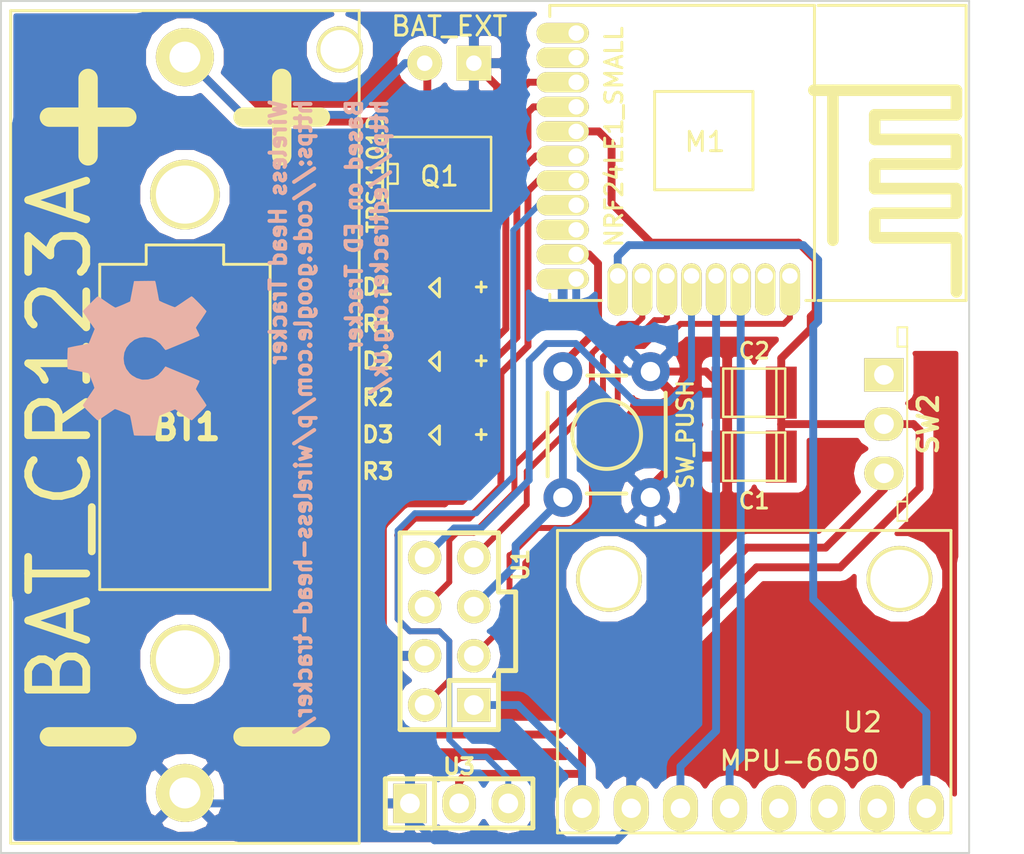
<source format=kicad_pcb>
(kicad_pcb (version 4) (host pcbnew "(2014-08-25 BZR 5096)-product")

  (general
    (links 45)
    (no_connects 0)
    (area 49.949999 49.949099 103.054201 94.050001)
    (thickness 1.6)
    (drawings 5)
    (tracks 230)
    (zones 0)
    (modules 18)
    (nets 21)
  )

  (page A4)
  (layers
    (0 F.Cu signal)
    (31 B.Cu signal)
    (32 B.Adhes user hide)
    (33 F.Adhes user hide)
    (34 B.Paste user hide)
    (35 F.Paste user hide)
    (36 B.SilkS user)
    (37 F.SilkS user)
    (38 B.Mask user hide)
    (39 F.Mask user hide)
    (40 Dwgs.User user)
    (41 Cmts.User user hide)
    (42 Eco1.User user hide)
    (43 Eco2.User user hide)
    (44 Edge.Cuts user)
  )

  (setup
    (last_trace_width 0.254)
    (user_trace_width 0.3048)
    (user_trace_width 0.3556)
    (user_trace_width 0.4064)
    (trace_clearance 0.2032)
    (zone_clearance 0.508)
    (zone_45_only no)
    (trace_min 0.254)
    (segment_width 0.2)
    (edge_width 0.1)
    (via_size 0.889)
    (via_drill 0.635)
    (via_min_size 0.889)
    (via_min_drill 0.508)
    (uvia_size 0.508)
    (uvia_drill 0.127)
    (uvias_allowed no)
    (uvia_min_size 0.508)
    (uvia_min_drill 0.127)
    (pcb_text_width 0.3)
    (pcb_text_size 1.5 1.5)
    (mod_edge_width 0.1778)
    (mod_text_size 1 1)
    (mod_text_width 0.15)
    (pad_size 3.4 3.4)
    (pad_drill 3)
    (pad_to_mask_clearance 0)
    (aux_axis_origin 0 0)
    (grid_origin 1840.008 1896.008)
    (visible_elements 7FFFFF7F)
    (pcbplotparams
      (layerselection 0x010f0_80000001)
      (usegerberextensions true)
      (excludeedgelayer true)
      (linewidth 0.100000)
      (plotframeref false)
      (viasonmask false)
      (mode 1)
      (useauxorigin false)
      (hpglpennumber 1)
      (hpglpenspeed 20)
      (hpglpendiameter 15)
      (hpglpenoverlay 2)
      (psnegative false)
      (psa4output false)
      (plotreference true)
      (plotvalue true)
      (plotinvisibletext false)
      (padsonsilk false)
      (subtractmaskfromsilk false)
      (outputformat 1)
      (mirror false)
      (drillshape 0)
      (scaleselection 1)
      (outputdirectory ./gerber))
  )

  (net 0 "")
  (net 1 GND)
  (net 2 VCC)
  (net 3 "Net-(D1-Pad1)")
  (net 4 "Net-(D1-Pad2)")
  (net 5 "Net-(D2-Pad1)")
  (net 6 "Net-(D2-Pad2)")
  (net 7 "Net-(D3-Pad1)")
  (net 8 "Net-(D3-Pad2)")
  (net 9 "Net-(M1-Pad8)")
  (net 10 /FSCK)
  (net 11 "Net-(M1-Pad12)")
  (net 12 /FMOSI)
  (net 13 /FCSN)
  (net 14 /SCL)
  (net 15 /SDA)
  (net 16 "Net-(Q1-Pad1)")
  (net 17 /FMISO)
  (net 18 "Net-(BT1-Pad1)")
  (net 19 /PROG)
  (net 20 /RESET)

  (net_class Default "This is the default net class."
    (clearance 0.2032)
    (trace_width 0.254)
    (via_dia 0.889)
    (via_drill 0.635)
    (uvia_dia 0.508)
    (uvia_drill 0.127)
    (add_net /FCSN)
    (add_net /FMISO)
    (add_net /FMOSI)
    (add_net /FSCK)
    (add_net /PROG)
    (add_net /RESET)
    (add_net /SCL)
    (add_net /SDA)
    (add_net GND)
    (add_net "Net-(BT1-Pad1)")
    (add_net "Net-(D1-Pad1)")
    (add_net "Net-(D1-Pad2)")
    (add_net "Net-(D2-Pad1)")
    (add_net "Net-(D2-Pad2)")
    (add_net "Net-(D3-Pad1)")
    (add_net "Net-(D3-Pad2)")
    (add_net "Net-(M1-Pad12)")
    (add_net "Net-(M1-Pad8)")
    (add_net "Net-(Q1-Pad1)")
    (add_net VCC)
  )

  (module wht:Pin_Header_Straight_2x04 (layer F.Cu) (tedit 53C8E7A0) (tstamp 53CBC6D3)
    (at 73.152 82.55 90)
    (descr "1 pin")
    (tags "CONN DEV")
    (path /53A87671)
    (fp_text reference U1 (at 3.429 3.683 90) (layer F.SilkS)
      (effects (font (size 0.8128 0.8128) (thickness 0.1778)))
    )
    (fp_text value NRF24LE1_PROG (at 0 -3.175 90) (layer F.SilkS) hide
      (effects (font (size 0.8128 0.8128) (thickness 0.1524)))
    )
    (fp_line (start -5.08 2.54) (end -2.032 2.54) (layer F.SilkS) (width 0.254))
    (fp_line (start -2.032 2.54) (end -2.032 3.429) (layer F.SilkS) (width 0.254))
    (fp_line (start -2.032 3.429) (end 2.032 3.429) (layer F.SilkS) (width 0.254))
    (fp_line (start 2.032 3.429) (end 2.032 2.54) (layer F.SilkS) (width 0.254))
    (fp_line (start 2.032 2.54) (end 5.08 2.54) (layer F.SilkS) (width 0.254))
    (fp_line (start 5.08 2.54) (end 5.08 -2.54) (layer F.SilkS) (width 0.254))
    (fp_line (start 5.08 -2.54) (end -5.08 -2.54) (layer F.SilkS) (width 0.254))
    (fp_line (start -5.08 -2.54) (end -5.08 0) (layer F.SilkS) (width 0.254))
    (fp_line (start -5.08 0) (end -2.54 0) (layer F.SilkS) (width 0.254))
    (fp_line (start -2.54 0) (end -2.54 2.54) (layer F.SilkS) (width 0.254))
    (fp_line (start -5.08 2.54) (end -5.08 0) (layer F.SilkS) (width 0.254))
    (pad 1 thru_hole rect (at -3.81 1.27 90) (size 1.7272 1.7272) (drill 1.016) (layers *.Cu *.Mask F.SilkS)
      (net 2 VCC))
    (pad 2 thru_hole oval (at -3.81 -1.27 90) (size 1.7272 1.7272) (drill 1.016) (layers *.Cu *.Mask F.SilkS)
      (net 19 /PROG))
    (pad 3 thru_hole oval (at -1.27 1.27 90) (size 1.7272 1.7272) (drill 1.016) (layers *.Cu *.Mask F.SilkS)
      (net 20 /RESET))
    (pad 4 thru_hole oval (at -1.27 -1.27 90) (size 1.7272 1.7272) (drill 1.016) (layers *.Cu *.Mask F.SilkS)
      (net 1 GND))
    (pad 5 thru_hole oval (at 1.27 1.27 90) (size 1.7272 1.7272) (drill 1.016) (layers *.Cu *.Mask F.SilkS)
      (net 10 /FSCK))
    (pad 6 thru_hole oval (at 1.27 -1.27 90) (size 1.7272 1.7272) (drill 1.016) (layers *.Cu *.Mask F.SilkS)
      (net 12 /FMOSI))
    (pad 7 thru_hole oval (at 3.81 1.27 90) (size 1.7272 1.7272) (drill 1.016) (layers *.Cu *.Mask F.SilkS)
      (net 17 /FMISO))
    (pad 8 thru_hole oval (at 3.81 -1.27 90) (size 1.7272 1.7272) (drill 1.016) (layers *.Cu *.Mask F.SilkS)
      (net 13 /FCSN))
    (model Pin_Headers/Pin_Header_Straight_2x04.wrl
      (at (xyz 0 0 0))
      (scale (xyz 1 1 1))
      (rotate (xyz 0 0 0))
    )
  )

  (module Capacitors_SMD:c_1210 (layer F.Cu) (tedit 53C8E621) (tstamp 53ABDA55)
    (at 88.9 73.533)
    (descr "SMT capacitor, 1210")
    (path /53A9C242)
    (fp_text reference C1 (at 0 2.286 180) (layer F.SilkS)
      (effects (font (size 0.8128 0.8128) (thickness 0.1524)))
    )
    (fp_text value C (at -0.0254 1.7272) (layer F.SilkS) hide
      (effects (font (size 0.50038 0.50038) (thickness 0.11938)))
    )
    (fp_line (start -1.6002 -1.2446) (end -1.6002 1.2446) (layer F.SilkS) (width 0.127))
    (fp_line (start 1.6002 1.2446) (end 1.6002 -1.2446) (layer F.SilkS) (width 0.127))
    (fp_line (start 1.143 -1.2446) (end 1.143 1.2446) (layer F.SilkS) (width 0.127))
    (fp_line (start -1.143 1.2446) (end -1.143 -1.2446) (layer F.SilkS) (width 0.127))
    (fp_line (start -1.6002 1.2446) (end 1.6002 1.2446) (layer F.SilkS) (width 0.127))
    (fp_line (start 1.6002 -1.2446) (end -1.6002 -1.2446) (layer F.SilkS) (width 0.127))
    (pad 1 smd rect (at 1.397 0) (size 1.6002 2.6924) (layers F.Cu F.Paste F.Mask)
      (net 2 VCC))
    (pad 2 smd rect (at -1.397 0) (size 1.6002 2.6924) (layers F.Cu F.Paste F.Mask)
      (net 1 GND))
    (model smd/capacitors/c_1210.wrl
      (at (xyz 0 0 0))
      (scale (xyz 1 1 1))
      (rotate (xyz 0 0 0))
    )
  )

  (module wht:Pin_Header_Straight_1x03 (layer F.Cu) (tedit 53C8E6FF) (tstamp 53ABD6AA)
    (at 73.66 91.44)
    (descr "1 pin")
    (tags "CONN DEV")
    (path /53A876E3)
    (fp_text reference U3 (at 0 -1.905 180) (layer F.SilkS)
      (effects (font (size 0.8128 0.8128) (thickness 0.1778)))
    )
    (fp_text value UART (at 0 0) (layer F.SilkS) hide
      (effects (font (size 1.27 1.27) (thickness 0.2032)))
    )
    (fp_line (start -1.27 1.27) (end 3.81 1.27) (layer F.SilkS) (width 0.254))
    (fp_line (start 3.81 1.27) (end 3.81 -1.27) (layer F.SilkS) (width 0.254))
    (fp_line (start 3.81 -1.27) (end -1.27 -1.27) (layer F.SilkS) (width 0.254))
    (fp_line (start -3.81 -1.27) (end -1.27 -1.27) (layer F.SilkS) (width 0.254))
    (fp_line (start -1.27 -1.27) (end -1.27 1.27) (layer F.SilkS) (width 0.254))
    (fp_line (start -3.81 -1.27) (end -3.81 1.27) (layer F.SilkS) (width 0.254))
    (fp_line (start -3.81 1.27) (end -1.27 1.27) (layer F.SilkS) (width 0.254))
    (pad 1 thru_hole rect (at -2.54 0) (size 1.7272 2.032) (drill 1.016) (layers *.Cu *.Mask F.SilkS)
      (net 1 GND))
    (pad 2 thru_hole oval (at 0 0) (size 1.7272 2.032) (drill 1.016) (layers *.Cu *.Mask F.SilkS)
      (net 2 VCC))
    (pad 3 thru_hole oval (at 2.54 0) (size 1.7272 2.032) (drill 1.016) (layers *.Cu *.Mask F.SilkS)
      (net 9 "Net-(M1-Pad8)"))
    (model Pin_Headers/Pin_Header_Straight_1x03.wrl
      (at (xyz 0 0 0))
      (scale (xyz 1 1 1))
      (rotate (xyz 0 0 0))
    )
  )

  (module wht:TACTILE-PTH (layer F.Cu) (tedit 53C8E60F) (tstamp 53C7B70C)
    (at 81.28 72.39 90)
    (descr "<b>OMRON SWITCH</b>")
    (path /53AB20EC)
    (fp_text reference SW1 (at -1.905 -3.81 90) (layer F.SilkS) hide
      (effects (font (size 1.2065 1.2065) (thickness 0.127)) (justify left bottom))
    )
    (fp_text value SW_PUSH (at 0 4.064 90) (layer F.SilkS)
      (effects (font (size 0.8128 0.8128) (thickness 0.1524)))
    )
    (fp_line (start 3.048 -1.016) (end 3.048 -2.54) (layer Dwgs.User) (width 0.2032))
    (fp_line (start 3.048 -2.54) (end 2.54 -3.048) (layer Dwgs.User) (width 0.2032))
    (fp_line (start 2.54 3.048) (end 3.048 2.54) (layer Dwgs.User) (width 0.2032))
    (fp_line (start 3.048 2.54) (end 3.048 1.016) (layer Dwgs.User) (width 0.2032))
    (fp_line (start -2.54 -3.048) (end -3.048 -2.54) (layer Dwgs.User) (width 0.2032))
    (fp_line (start -3.048 -2.54) (end -3.048 -1.016) (layer Dwgs.User) (width 0.2032))
    (fp_line (start -2.54 3.048) (end -3.048 2.54) (layer Dwgs.User) (width 0.2032))
    (fp_line (start -3.048 2.54) (end -3.048 1.016) (layer Dwgs.User) (width 0.2032))
    (fp_line (start 2.54 3.048) (end 2.159 3.048) (layer Dwgs.User) (width 0.2032))
    (fp_line (start -2.54 3.048) (end -2.159 3.048) (layer Dwgs.User) (width 0.2032))
    (fp_line (start -2.54 -3.048) (end -2.159 -3.048) (layer Dwgs.User) (width 0.2032))
    (fp_line (start 2.54 -3.048) (end 2.159 -3.048) (layer Dwgs.User) (width 0.2032))
    (fp_line (start 2.159 -3.048) (end -2.159 -3.048) (layer F.SilkS) (width 0.2032))
    (fp_line (start -2.159 3.048) (end 2.159 3.048) (layer F.SilkS) (width 0.2032))
    (fp_line (start 3.048 -0.998) (end 3.048 1.016) (layer F.SilkS) (width 0.2032))
    (fp_line (start -3.048 -1.028) (end -3.048 1.016) (layer F.SilkS) (width 0.2032))
    (fp_line (start -2.54 -1.27) (end -2.54 -0.508) (layer Dwgs.User) (width 0.2032))
    (fp_line (start -2.54 0.508) (end -2.54 1.27) (layer Dwgs.User) (width 0.2032))
    (fp_line (start -2.54 -0.508) (end -2.159 0.381) (layer Dwgs.User) (width 0.2032))
    (fp_circle (center 0 0) (end 1.778 0) (layer F.SilkS) (width 0.2032))
    (pad 1 thru_hole circle (at -3.2512 -2.2606 90) (size 2 2) (drill 1) (layers *.Cu *.Mask)
      (net 10 /FSCK))
    (pad 1 thru_hole circle (at 3.2512 -2.2606 90) (size 2 2) (drill 1) (layers *.Cu *.Mask)
      (net 10 /FSCK))
    (pad 2 thru_hole circle (at -3.2512 2.2606 90) (size 2 2) (drill 1) (layers *.Cu *.Mask)
      (net 1 GND))
    (pad 2 thru_hole circle (at 3.2512 2.2606 90) (size 2 2) (drill 1) (layers *.Cu *.Mask)
      (net 1 GND))
  )

  (module SOIC_Packages:SOIC-8_N (layer F.Cu) (tedit 53C8C754) (tstamp 53AAC3C4)
    (at 72.644 58.928)
    (descr "module CMS SOJ 8 pins etroit")
    (tags "CMS SOJ")
    (path /53A9CF7B)
    (attr smd)
    (fp_text reference Q1 (at 0 0.127) (layer F.SilkS)
      (effects (font (size 1 1) (thickness 0.15)))
    )
    (fp_text value TPS1101D (at -3.302 0 90) (layer F.SilkS)
      (effects (font (size 0.8128 0.8128) (thickness 0.1524)))
    )
    (fp_line (start -2.667 1.778) (end -2.667 1.905) (layer F.SilkS) (width 0.127))
    (fp_line (start -2.667 1.905) (end 2.667 1.905) (layer F.SilkS) (width 0.127))
    (fp_line (start 2.667 -1.905) (end -2.667 -1.905) (layer F.SilkS) (width 0.127))
    (fp_line (start -2.667 -1.905) (end -2.667 1.778) (layer F.SilkS) (width 0.127))
    (fp_line (start -2.667 -0.508) (end -2.159 -0.508) (layer F.SilkS) (width 0.127))
    (fp_line (start -2.159 -0.508) (end -2.159 0.508) (layer F.SilkS) (width 0.127))
    (fp_line (start -2.159 0.508) (end -2.667 0.508) (layer F.SilkS) (width 0.127))
    (fp_line (start 2.667 -1.905) (end 2.667 1.905) (layer F.SilkS) (width 0.127))
    (pad 8 smd rect (at -1.875 -2.7) (size 0.6 1.6) (layers F.Cu F.Paste F.Mask)
      (net 18 "Net-(BT1-Pad1)"))
    (pad 1 smd rect (at -1.875 2.7) (size 0.6 1.6) (layers F.Cu F.Paste F.Mask)
      (net 16 "Net-(Q1-Pad1)"))
    (pad 7 smd rect (at -0.625 -2.7) (size 0.6 1.6) (layers F.Cu F.Paste F.Mask)
      (net 18 "Net-(BT1-Pad1)"))
    (pad 6 smd rect (at 0.625 -2.7) (size 0.6 1.6) (layers F.Cu F.Paste F.Mask)
      (net 18 "Net-(BT1-Pad1)"))
    (pad 5 smd rect (at 1.875 -2.7) (size 0.6 1.6) (layers F.Cu F.Paste F.Mask)
      (net 18 "Net-(BT1-Pad1)"))
    (pad 2 smd rect (at -0.625 2.7) (size 0.6 1.6) (layers F.Cu F.Paste F.Mask)
      (net 16 "Net-(Q1-Pad1)"))
    (pad 3 smd rect (at 0.625 2.7) (size 0.6 1.6) (layers F.Cu F.Paste F.Mask)
      (net 16 "Net-(Q1-Pad1)"))
    (pad 4 smd rect (at 1.875 2.7) (size 0.6 1.6) (layers F.Cu F.Paste F.Mask)
      (net 1 GND))
    (model smd/cms_so8.wrl
      (at (xyz 0 0 0))
      (scale (xyz 0.5 0.32 0.5))
      (rotate (xyz 0 0 0))
    )
  )

  (module Capacitors_SMD:c_1210 (layer F.Cu) (tedit 53C8E626) (tstamp 53AAC332)
    (at 88.9 70.231)
    (descr "SMT capacitor, 1210")
    (path /53A9BE51)
    (fp_text reference C2 (at 0 -2.159) (layer F.SilkS)
      (effects (font (size 0.8128 0.8128) (thickness 0.1524)))
    )
    (fp_text value CP1 (at -0.0254 1.7272) (layer F.SilkS) hide
      (effects (font (size 0.50038 0.50038) (thickness 0.11938)))
    )
    (fp_line (start -1.6002 -1.2446) (end -1.6002 1.2446) (layer F.SilkS) (width 0.127))
    (fp_line (start 1.6002 1.2446) (end 1.6002 -1.2446) (layer F.SilkS) (width 0.127))
    (fp_line (start 1.143 -1.2446) (end 1.143 1.2446) (layer F.SilkS) (width 0.127))
    (fp_line (start -1.143 1.2446) (end -1.143 -1.2446) (layer F.SilkS) (width 0.127))
    (fp_line (start -1.6002 1.2446) (end 1.6002 1.2446) (layer F.SilkS) (width 0.127))
    (fp_line (start 1.6002 -1.2446) (end -1.6002 -1.2446) (layer F.SilkS) (width 0.127))
    (pad 1 smd rect (at 1.397 0) (size 1.6002 2.6924) (layers F.Cu F.Paste F.Mask)
      (net 2 VCC))
    (pad 2 smd rect (at -1.397 0) (size 1.6002 2.6924) (layers F.Cu F.Paste F.Mask)
      (net 1 GND))
    (model smd/capacitors/c_1210.wrl
      (at (xyz 0 0 0))
      (scale (xyz 1 1 1))
      (rotate (xyz 0 0 0))
    )
  )

  (module wht:BATTERY_EXT (layer F.Cu) (tedit 53C8F930) (tstamp 53AAC31A)
    (at 73.152 53.213)
    (path /53A9ABA8)
    (fp_text reference BT2 (at 0 2.54) (layer F.SilkS) hide
      (effects (font (size 1 1) (thickness 0.15)))
    )
    (fp_text value BAT_EXT (at 0 -1.905) (layer F.SilkS)
      (effects (font (size 1 1) (thickness 0.15)))
    )
    (pad 1 thru_hole circle (at -1.27 0) (size 1.8 1.8) (drill 0.8) (layers *.Cu *.Mask F.SilkS)
      (net 18 "Net-(BT1-Pad1)"))
    (pad 2 thru_hole rect (at 1.27 0) (size 1.8 1.8) (drill 0.8) (layers *.Cu *.Mask F.SilkS)
      (net 1 GND))
  )

  (module wht:LED-0805 (layer F.Cu) (tedit 53C8C6EB) (tstamp 53C829DC)
    (at 72.39 64.77 180)
    (descr "LED 0805 smd package")
    (tags "LED 0805 SMD")
    (path /53A99C66)
    (attr smd)
    (fp_text reference D1 (at 2.921 0 360) (layer F.SilkS)
      (effects (font (size 0.8128 0.8128) (thickness 0.1778)))
    )
    (fp_text value LED (at 0 -1.905 180) (layer F.SilkS) hide
      (effects (font (size 0.8128 0.8128) (thickness 0.2032)))
    )
    (fp_line (start -2.413 -0.254) (end -2.413 0.254) (layer F.SilkS) (width 0.1524))
    (fp_line (start -2.159 0) (end -2.667 0) (layer F.SilkS) (width 0.1524))
    (fp_line (start -0.254 -0.508) (end -0.254 0.4445) (layer F.SilkS) (width 0.1524))
    (fp_line (start -0.254 0.4445) (end 0.254 0) (layer F.SilkS) (width 0.1524))
    (fp_line (start 0.254 0) (end -0.254 -0.508) (layer F.SilkS) (width 0.1524))
    (pad 1 smd rect (at -1.04902 0 180) (size 1.19888 1.19888) (layers F.Cu F.Paste F.Mask)
      (net 3 "Net-(D1-Pad1)"))
    (pad 2 smd rect (at 1.04902 0 180) (size 1.19888 1.19888) (layers F.Cu F.Paste F.Mask)
      (net 4 "Net-(D1-Pad2)"))
  )

  (module wht:LED-0805 (layer F.Cu) (tedit 53C8C6DF) (tstamp 53C829E6)
    (at 72.39 68.58 180)
    (descr "LED 0805 smd package")
    (tags "LED 0805 SMD")
    (path /53A99CDF)
    (attr smd)
    (fp_text reference D2 (at 2.921 0 180) (layer F.SilkS)
      (effects (font (size 0.8128 0.8128) (thickness 0.1778)))
    )
    (fp_text value LED (at 0 -1.905 180) (layer F.SilkS) hide
      (effects (font (size 0.8128 0.8128) (thickness 0.2032)))
    )
    (fp_line (start -2.413 -0.254) (end -2.413 0.254) (layer F.SilkS) (width 0.1524))
    (fp_line (start -2.159 0) (end -2.667 0) (layer F.SilkS) (width 0.1524))
    (fp_line (start -0.254 -0.508) (end -0.254 0.4445) (layer F.SilkS) (width 0.1524))
    (fp_line (start -0.254 0.4445) (end 0.254 0) (layer F.SilkS) (width 0.1524))
    (fp_line (start 0.254 0) (end -0.254 -0.508) (layer F.SilkS) (width 0.1524))
    (pad 1 smd rect (at -1.04902 0 180) (size 1.19888 1.19888) (layers F.Cu F.Paste F.Mask)
      (net 5 "Net-(D2-Pad1)"))
    (pad 2 smd rect (at 1.04902 0 180) (size 1.19888 1.19888) (layers F.Cu F.Paste F.Mask)
      (net 6 "Net-(D2-Pad2)"))
  )

  (module wht:LED-0805 (layer F.Cu) (tedit 53C8C6D8) (tstamp 53C829F0)
    (at 72.39 72.39 180)
    (descr "LED 0805 smd package")
    (tags "LED 0805 SMD")
    (path /53A99CF8)
    (attr smd)
    (fp_text reference D3 (at 2.921 0 360) (layer F.SilkS)
      (effects (font (size 0.8128 0.8128) (thickness 0.1778)))
    )
    (fp_text value LED (at 0 -1.905 180) (layer F.SilkS) hide
      (effects (font (size 0.8128 0.8128) (thickness 0.2032)))
    )
    (fp_line (start -2.413 -0.254) (end -2.413 0.254) (layer F.SilkS) (width 0.1524))
    (fp_line (start -2.159 0) (end -2.667 0) (layer F.SilkS) (width 0.1524))
    (fp_line (start -0.254 -0.508) (end -0.254 0.4445) (layer F.SilkS) (width 0.1524))
    (fp_line (start -0.254 0.4445) (end 0.254 0) (layer F.SilkS) (width 0.1524))
    (fp_line (start 0.254 0) (end -0.254 -0.508) (layer F.SilkS) (width 0.1524))
    (pad 1 smd rect (at -1.04902 0 180) (size 1.19888 1.19888) (layers F.Cu F.Paste F.Mask)
      (net 7 "Net-(D3-Pad1)"))
    (pad 2 smd rect (at 1.04902 0 180) (size 1.19888 1.19888) (layers F.Cu F.Paste F.Mask)
      (net 8 "Net-(D3-Pad2)"))
  )

  (module wht:Resistor_SMD0805_HandSoldering (layer F.Cu) (tedit 53C8C6E5) (tstamp 53C8C706)
    (at 72.39 66.675)
    (descr "Resistor, SMD, 0805, Hand soldering,")
    (tags "Resistor, SMD, 0805, Hand soldering,")
    (path /53A99DAC)
    (attr smd)
    (fp_text reference R1 (at -2.921 0) (layer F.SilkS)
      (effects (font (size 0.8128 0.8128) (thickness 0.1778)))
    )
    (fp_text value R (at 0.20066 2.60096) (layer F.SilkS) hide
      (effects (font (size 0.8128 0.8128) (thickness 0.1778)))
    )
    (pad 1 smd rect (at -1.30048 0) (size 1.50114 1.19888) (layers F.Cu F.Paste F.Mask)
      (net 1 GND))
    (pad 2 smd rect (at 1.30048 0) (size 1.50114 1.19888) (layers F.Cu F.Paste F.Mask)
      (net 4 "Net-(D1-Pad2)"))
  )

  (module wht:Resistor_SMD0805_HandSoldering (layer F.Cu) (tedit 53C8C6D4) (tstamp 53C8C70B)
    (at 72.39 70.485)
    (descr "Resistor, SMD, 0805, Hand soldering,")
    (tags "Resistor, SMD, 0805, Hand soldering,")
    (path /53A99E23)
    (attr smd)
    (fp_text reference R2 (at -2.921 0) (layer F.SilkS)
      (effects (font (size 0.8128 0.8128) (thickness 0.1778)))
    )
    (fp_text value R (at 0.20066 2.60096) (layer F.SilkS) hide
      (effects (font (size 0.8128 0.8128) (thickness 0.1778)))
    )
    (pad 1 smd rect (at -1.30048 0) (size 1.50114 1.19888) (layers F.Cu F.Paste F.Mask)
      (net 1 GND))
    (pad 2 smd rect (at 1.30048 0) (size 1.50114 1.19888) (layers F.Cu F.Paste F.Mask)
      (net 6 "Net-(D2-Pad2)"))
  )

  (module wht:Resistor_SMD0805_HandSoldering (layer F.Cu) (tedit 53C8C6D6) (tstamp 53C8C710)
    (at 72.39 74.295 180)
    (descr "Resistor, SMD, 0805, Hand soldering,")
    (tags "Resistor, SMD, 0805, Hand soldering,")
    (path /53A99E55)
    (attr smd)
    (fp_text reference R3 (at 2.921 0 180) (layer F.SilkS)
      (effects (font (size 0.8128 0.8128) (thickness 0.1778)))
    )
    (fp_text value R (at 0.20066 2.60096 180) (layer F.SilkS) hide
      (effects (font (size 0.8128 0.8128) (thickness 0.1778)))
    )
    (pad 1 smd rect (at -1.30048 0 180) (size 1.50114 1.19888) (layers F.Cu F.Paste F.Mask)
      (net 1 GND))
    (pad 2 smd rect (at 1.30048 0 180) (size 1.50114 1.19888) (layers F.Cu F.Paste F.Mask)
      (net 8 "Net-(D3-Pad2)"))
  )

  (module wht:NRF24LE1_SMALL (layer F.Cu) (tedit 53C8E6DD) (tstamp 53AAC3B0)
    (at 85.344 58.166 270)
    (path /53A87AFB)
    (fp_text reference M1 (at -0.889 -1.016 360) (layer F.SilkS)
      (effects (font (size 1 1) (thickness 0.15)))
    )
    (fp_text value NRF24LE1_SMALL (at -1.143 3.683 270) (layer F.SilkS)
      (effects (font (size 0.889 0.889) (thickness 0.1524)))
    )
    (fp_line (start -3.556 -7.62) (end 4.191 -7.62) (layer F.SilkS) (width 0.6))
    (fp_line (start 4.064 -14) (end 6.858 -14) (layer F.SilkS) (width 0.6))
    (fp_line (start 2.794 -9.779) (end 4.064 -9.779) (layer F.SilkS) (width 0.6))
    (fp_line (start 1.524 -14) (end 2.794 -14) (layer F.SilkS) (width 0.6))
    (fp_line (start 0.254 -9.779) (end 1.524 -9.779) (layer F.SilkS) (width 0.6))
    (fp_line (start -1.016 -14) (end 0.254 -14) (layer F.SilkS) (width 0.6))
    (fp_line (start -2.286 -9.779) (end -1.016 -9.779) (layer F.SilkS) (width 0.6))
    (fp_line (start -3.556 -14) (end -2.286 -14) (layer F.SilkS) (width 0.6))
    (fp_line (start 0.254 -14) (end 0.254 -9.779) (layer F.SilkS) (width 0.6))
    (fp_line (start 1.524 -9.779) (end 1.524 -14) (layer F.SilkS) (width 0.6))
    (fp_line (start 2.794 -14) (end 2.794 -9.779) (layer F.SilkS) (width 0.6))
    (fp_line (start 4.064 -9.779) (end 4.064 -14) (layer F.SilkS) (width 0.6))
    (fp_line (start -1.016 -14) (end -1.016 -9.779) (layer F.SilkS) (width 0.6))
    (fp_line (start -2.287 -14) (end -2.287 -9.779) (layer F.SilkS) (width 0.6))
    (fp_line (start -3.556 -14) (end -3.556 -6.636) (layer F.SilkS) (width 0.6))
    (fp_line (start -7.9375 -6.858) (end -7.9375 -14.5) (layer F.SilkS) (width 0.1524))
    (fp_line (start -7.9375 -14.5) (end 7.3025 -14.5) (layer F.SilkS) (width 0.1524))
    (fp_line (start 7.3025 -14.5) (end 7.3025 -6.858) (layer F.SilkS) (width 0.1524))
    (fp_line (start 7.3025 -6.6675) (end 7.3025 -6.223) (layer F.SilkS) (width 0.1524))
    (fp_line (start -7.366 7) (end -7.9375 7) (layer F.SilkS) (width 0.1524))
    (fp_line (start -3.4925 -3.4925) (end -3.4925 1.5875) (layer F.SilkS) (width 0.15))
    (fp_line (start -3.4925 1.5875) (end 1.5875 1.5875) (layer F.SilkS) (width 0.15))
    (fp_line (start 1.5875 1.5875) (end 1.5875 -3.4925) (layer F.SilkS) (width 0.15))
    (fp_line (start 1.5875 -3.4925) (end -3.4925 -3.4925) (layer F.SilkS) (width 0.15))
    (fp_line (start 7.3025 7) (end 6.985 7) (layer F.SilkS) (width 0.15))
    (fp_line (start -7.9375 7) (end -7.9375 -6.6675) (layer F.SilkS) (width 0.1524))
    (fp_line (start -7.9375 -6.6675) (end 7.3025 -6.6675) (layer F.SilkS) (width 0.15))
    (fp_line (start 7.3025 4.318) (end 7.3025 7) (layer F.SilkS) (width 0.15))
    (pad 1 thru_hole oval (at -6.50875 5.635625 270) (size 1.05 2.7) (drill 0.8 (offset 0 0.7)) (layers *.Cu *.Mask F.SilkS))
    (pad 2 thru_hole oval (at -5.23875 5.635625 270) (size 1.05 2.7) (drill 0.8 (offset 0 0.7)) (layers *.Cu *.Mask F.SilkS))
    (pad 3 thru_hole oval (at -3.96875 5.635625 270) (size 1.05 2.7) (drill 0.8 (offset 0 0.7)) (layers *.Cu *.Mask F.SilkS)
      (net 3 "Net-(D1-Pad1)"))
    (pad 4 thru_hole oval (at -2.69875 5.635625 270) (size 1.05 2.7) (drill 0.8 (offset 0 0.7)) (layers *.Cu *.Mask F.SilkS)
      (net 5 "Net-(D2-Pad1)"))
    (pad 5 thru_hole oval (at -1.42875 5.635625 270) (size 1.05 2.7) (drill 0.8 (offset 0 0.7)) (layers *.Cu *.Mask F.SilkS)
      (net 2 VCC))
    (pad 6 thru_hole oval (at -0.15875 5.635625 270) (size 1.05 2.7) (drill 0.8 (offset 0 0.7)) (layers *.Cu *.Mask F.SilkS)
      (net 7 "Net-(D3-Pad1)"))
    (pad 7 thru_hole oval (at 1.11125 5.635625 270) (size 1.05 2.7) (drill 0.8 (offset 0 0.7)) (layers *.Cu *.Mask F.SilkS)
      (net 19 /PROG))
    (pad 8 thru_hole oval (at 2.38125 5.635625 270) (size 1.05 2.7) (drill 0.8 (offset 0 0.7)) (layers *.Cu *.Mask F.SilkS)
      (net 9 "Net-(M1-Pad8)"))
    (pad 10 thru_hole oval (at 4.92125 5.635625 270) (size 1.05 2.7) (drill 0.8 (offset 0 0.7)) (layers *.Cu *.Mask F.SilkS)
      (net 10 /FSCK))
    (pad 9 thru_hole oval (at 3.65125 5.635625 270) (size 1.05 2.7) (drill 0.8 (offset 0 0.7)) (layers *.Cu *.Mask F.SilkS))
    (pad 11 thru_hole oval (at 6.19125 5.635625 270) (size 1.05 2.7) (drill 0.8 (offset 0 0.7)) (layers *.Cu *.Mask F.SilkS)
      (net 1 GND))
    (pad 12 thru_hole oval (at 6.0325 3.4925) (size 1.05 2.7) (drill 0.8 (offset 0 0.7)) (layers *.Cu *.Mask F.SilkS)
      (net 11 "Net-(M1-Pad12)"))
    (pad 13 thru_hole oval (at 6.0325 2.2225) (size 1.05 2.7) (drill 0.8 (offset 0 0.7)) (layers *.Cu *.Mask F.SilkS)
      (net 12 /FMOSI))
    (pad 14 thru_hole oval (at 6.0325 0.9525) (size 1.05 2.7) (drill 0.8 (offset 0 0.7)) (layers *.Cu *.Mask F.SilkS)
      (net 17 /FMISO))
    (pad 15 thru_hole oval (at 6.0325 -0.3175) (size 1.05 2.7) (drill 0.8 (offset 0 0.7)) (layers *.Cu *.Mask F.SilkS)
      (net 13 /FCSN))
    (pad 16 thru_hole oval (at 6.0325 -1.5875) (size 1.05 2.7) (drill 0.8 (offset 0 0.7)) (layers *.Cu *.Mask F.SilkS)
      (net 14 /SCL))
    (pad 17 thru_hole oval (at 6.0325 -2.8575) (size 1.05 2.7) (drill 0.8 (offset 0 0.7)) (layers *.Cu *.Mask F.SilkS)
      (net 15 /SDA))
    (pad 18 thru_hole oval (at 6.0325 -4.1275) (size 1.05 2.7) (drill 0.8 (offset 0 0.7)) (layers *.Cu *.Mask F.SilkS))
    (pad 19 thru_hole oval (at 6.0325 -5.3975) (size 1.05 2.7) (drill 0.8 (offset 0 0.7)) (layers *.Cu *.Mask F.SilkS)
      (net 20 /RESET))
  )

  (module oshw_logo:OSHW-logo_silkscreen-back_8mm (layer B.Cu) (tedit 0) (tstamp 53C9435A)
    (at 57.023 68.453 90)
    (fp_text reference G*** (at 0 -4.2418 90) (layer B.SilkS) hide
      (effects (font (size 0.36322 0.36322) (thickness 0.07112)) (justify mirror))
    )
    (fp_text value OSHW-logo_silkscreen-back_8mm (at 0 4.2418 90) (layer B.SilkS) hide
      (effects (font (size 0.36322 0.36322) (thickness 0.07112)) (justify mirror))
    )
    (fp_poly (pts (xy 2.42316 3.59156) (xy 2.38252 3.57124) (xy 2.28854 3.51282) (xy 2.15392 3.42392)
      (xy 1.99644 3.31978) (xy 1.83896 3.21056) (xy 1.70942 3.1242) (xy 1.61798 3.06578)
      (xy 1.57988 3.04546) (xy 1.55956 3.05054) (xy 1.48336 3.08864) (xy 1.37414 3.14452)
      (xy 1.31064 3.17754) (xy 1.21158 3.22072) (xy 1.16078 3.23088) (xy 1.15316 3.21564)
      (xy 1.11506 3.13944) (xy 1.05918 3.00736) (xy 0.98298 2.83464) (xy 0.89662 2.63144)
      (xy 0.80264 2.413) (xy 0.7112 2.18948) (xy 0.6223 1.97612) (xy 0.54356 1.78562)
      (xy 0.48006 1.63068) (xy 0.43942 1.52146) (xy 0.42418 1.47574) (xy 0.42926 1.46558)
      (xy 0.48006 1.41732) (xy 0.56642 1.35128) (xy 0.75692 1.19634) (xy 0.94234 0.96266)
      (xy 1.05664 0.6985) (xy 1.09474 0.40386) (xy 1.06172 0.13208) (xy 0.95504 -0.12954)
      (xy 0.77216 -0.36576) (xy 0.55118 -0.54102) (xy 0.2921 -0.65278) (xy 0 -0.68834)
      (xy -0.2794 -0.65786) (xy -0.5461 -0.55118) (xy -0.78232 -0.37084) (xy -0.88138 -0.25654)
      (xy -1.01854 -0.01778) (xy -1.09728 0.23876) (xy -1.1049 0.30226) (xy -1.09474 0.5842)
      (xy -1.01092 0.85344) (xy -0.8636 1.09474) (xy -0.65786 1.29032) (xy -0.62992 1.31064)
      (xy -0.53594 1.38176) (xy -0.47244 1.43002) (xy -0.42164 1.47066) (xy -0.77978 2.33172)
      (xy -0.83566 2.46888) (xy -0.93472 2.7051) (xy -1.02108 2.9083) (xy -1.08966 3.06832)
      (xy -1.13792 3.17754) (xy -1.15824 3.22072) (xy -1.16078 3.22326) (xy -1.19126 3.22834)
      (xy -1.2573 3.20294) (xy -1.37668 3.14452) (xy -1.45796 3.10388) (xy -1.5494 3.0607)
      (xy -1.59004 3.04546) (xy -1.6256 3.06324) (xy -1.71196 3.12166) (xy -1.8415 3.20548)
      (xy -1.9939 3.30962) (xy -2.14122 3.41122) (xy -2.27584 3.50012) (xy -2.3749 3.56108)
      (xy -2.42316 3.58902) (xy -2.43078 3.58902) (xy -2.47142 3.56362) (xy -2.55016 3.50012)
      (xy -2.667 3.38836) (xy -2.8321 3.2258) (xy -2.8575 3.2004) (xy -2.99466 3.0607)
      (xy -3.10642 2.94386) (xy -3.18008 2.86258) (xy -3.20548 2.82448) (xy -3.20548 2.82448)
      (xy -3.18262 2.77622) (xy -3.11912 2.6797) (xy -3.03022 2.54254) (xy -2.921 2.38252)
      (xy -2.63652 1.9685) (xy -2.794 1.57734) (xy -2.84226 1.45796) (xy -2.90322 1.31318)
      (xy -2.9464 1.20904) (xy -2.9718 1.16332) (xy -3.01244 1.14808) (xy -3.12166 1.12268)
      (xy -3.2766 1.08966) (xy -3.45948 1.05664) (xy -3.63728 1.02362) (xy -3.7973 0.99314)
      (xy -3.9116 0.97028) (xy -3.9624 0.96012) (xy -3.9751 0.9525) (xy -3.98526 0.9271)
      (xy -3.99288 0.87376) (xy -3.99542 0.77724) (xy -3.99796 0.62484) (xy -3.99796 0.40386)
      (xy -3.99796 0.381) (xy -3.99542 0.17018) (xy -3.99288 0.00254) (xy -3.9878 -0.10668)
      (xy -3.98018 -0.14986) (xy -3.98018 -0.14986) (xy -3.92938 -0.16256) (xy -3.81762 -0.18542)
      (xy -3.6576 -0.21844) (xy -3.4671 -0.254) (xy -3.45694 -0.25654) (xy -3.26644 -0.2921)
      (xy -3.10896 -0.32512) (xy -2.9972 -0.35052) (xy -2.95148 -0.36576) (xy -2.94132 -0.37846)
      (xy -2.90322 -0.45212) (xy -2.84734 -0.56896) (xy -2.78638 -0.71374) (xy -2.72288 -0.86106)
      (xy -2.66954 -0.99568) (xy -2.63398 -1.09474) (xy -2.62382 -1.14046) (xy -2.62382 -1.14046)
      (xy -2.65176 -1.18618) (xy -2.7178 -1.28524) (xy -2.80924 -1.41986) (xy -2.921 -1.58242)
      (xy -2.92862 -1.59512) (xy -3.03784 -1.75514) (xy -3.12674 -1.88976) (xy -3.18516 -1.98628)
      (xy -3.20548 -2.02946) (xy -3.20548 -2.032) (xy -3.16992 -2.08026) (xy -3.08864 -2.16916)
      (xy -2.9718 -2.29108) (xy -2.8321 -2.43332) (xy -2.78638 -2.4765) (xy -2.63144 -2.6289)
      (xy -2.52476 -2.72796) (xy -2.45618 -2.7813) (xy -2.42316 -2.794) (xy -2.42316 -2.79146)
      (xy -2.3749 -2.76352) (xy -2.2733 -2.69748) (xy -2.13614 -2.6035) (xy -1.97358 -2.49428)
      (xy -1.96342 -2.48666) (xy -1.8034 -2.37744) (xy -1.67132 -2.28854) (xy -1.5748 -2.22504)
      (xy -1.53416 -2.19964) (xy -1.52654 -2.19964) (xy -1.46304 -2.21996) (xy -1.34874 -2.25806)
      (xy -1.20904 -2.31394) (xy -1.06172 -2.37236) (xy -0.9271 -2.42824) (xy -0.8255 -2.4765)
      (xy -0.77724 -2.5019) (xy -0.77724 -2.50444) (xy -0.75946 -2.56286) (xy -0.73152 -2.68224)
      (xy -0.6985 -2.84734) (xy -0.6604 -3.04292) (xy -0.65532 -3.0734) (xy -0.61976 -3.2639)
      (xy -0.58928 -3.42138) (xy -0.56642 -3.5306) (xy -0.55372 -3.57632) (xy -0.52832 -3.5814)
      (xy -0.43434 -3.58902) (xy -0.2921 -3.59156) (xy -0.11938 -3.5941) (xy 0.06096 -3.59156)
      (xy 0.23622 -3.58902) (xy 0.38862 -3.58394) (xy 0.4953 -3.57632) (xy 0.54102 -3.56616)
      (xy 0.54356 -3.56362) (xy 0.5588 -3.5052) (xy 0.5842 -3.38582) (xy 0.61976 -3.22072)
      (xy 0.65786 -3.0226) (xy 0.66294 -2.98958) (xy 0.6985 -2.79908) (xy 0.73152 -2.64414)
      (xy 0.75438 -2.53492) (xy 0.76708 -2.49428) (xy 0.78232 -2.48412) (xy 0.86106 -2.4511)
      (xy 0.98806 -2.39776) (xy 1.14808 -2.33426) (xy 1.51384 -2.1844) (xy 1.96088 -2.49428)
      (xy 2.00406 -2.52222) (xy 2.16408 -2.63144) (xy 2.2987 -2.72034) (xy 2.39014 -2.77876)
      (xy 2.42824 -2.80162) (xy 2.43078 -2.79908) (xy 2.4765 -2.76098) (xy 2.5654 -2.67716)
      (xy 2.68732 -2.55778) (xy 2.82702 -2.41808) (xy 2.93116 -2.31394) (xy 3.05562 -2.18694)
      (xy 3.13436 -2.10312) (xy 3.17754 -2.04724) (xy 3.19278 -2.01422) (xy 3.1877 -1.9939)
      (xy 3.15976 -1.94818) (xy 3.09372 -1.84912) (xy 3.00228 -1.71196) (xy 2.89306 -1.55448)
      (xy 2.80162 -1.41986) (xy 2.7051 -1.27) (xy 2.6416 -1.16332) (xy 2.61874 -1.10998)
      (xy 2.62382 -1.08712) (xy 2.65684 -1.00076) (xy 2.71018 -0.86614) (xy 2.77622 -0.70866)
      (xy 2.9337 -0.35306) (xy 3.16738 -0.30988) (xy 3.30708 -0.28194) (xy 3.5052 -0.24384)
      (xy 3.69316 -0.20828) (xy 3.9878 -0.14986) (xy 3.99796 0.93218) (xy 3.95224 0.9525)
      (xy 3.90906 0.9652) (xy 3.79984 0.98806) (xy 3.6449 1.01854) (xy 3.45948 1.0541)
      (xy 3.30454 1.08458) (xy 3.14452 1.11252) (xy 3.03276 1.13538) (xy 2.98196 1.14554)
      (xy 2.96926 1.16332) (xy 2.92862 1.23952) (xy 2.87274 1.36144) (xy 2.81178 1.50876)
      (xy 2.74828 1.65862) (xy 2.6924 1.79832) (xy 2.65176 1.905) (xy 2.63906 1.96088)
      (xy 2.65938 2.00406) (xy 2.72034 2.0955) (xy 2.8067 2.22758) (xy 2.91338 2.38506)
      (xy 3.0226 2.54254) (xy 3.1115 2.67716) (xy 3.175 2.77368) (xy 3.2004 2.81686)
      (xy 3.1877 2.84734) (xy 3.12674 2.92354) (xy 3.00736 3.04546) (xy 2.8321 3.22072)
      (xy 2.80162 3.24866) (xy 2.66192 3.38328) (xy 2.54254 3.4925) (xy 2.46126 3.56616)
      (xy 2.42316 3.59156)) (layer B.SilkS) (width 0.00254))
  )

  (module wht:ESP2010_switch (layer F.Cu) (tedit 53D61B91) (tstamp 53C7A2D3)
    (at 95.601 71.852 270)
    (descr "1 pin")
    (tags "CONN DEV")
    (path /53AAC4C3)
    (fp_text reference SW2 (at 0 -2.286 450) (layer F.SilkS)
      (effects (font (size 1.016 1.016) (thickness 0.2032)))
    )
    (fp_text value SWITCH_INV (at 0 -2.4 270) (layer F.SilkS) hide
      (effects (font (size 1.016 1.016) (thickness 0.1778)))
    )
    (fp_line (start 0.2 -7.2) (end 0.2 -6.7) (layer Dwgs.User) (width 0.1))
    (fp_line (start -1.8 -7.2) (end 0.2 -7.2) (layer Dwgs.User) (width 0.1))
    (fp_line (start -1.8 -6.7) (end -1.8 -7.2) (layer Dwgs.User) (width 0.1))
    (fp_line (start 3.4 -6.2) (end 0.2 -6.7) (layer Dwgs.User) (width 0.1))
    (fp_line (start -5 -6.2) (end -1.8 -6.7) (layer Dwgs.User) (width 0.1))
    (fp_line (start 3.4 -5.7) (end 3.4 -6.2) (layer Dwgs.User) (width 0.1))
    (fp_line (start -5 -5.7) (end -5 -6.2) (layer Dwgs.User) (width 0.1))
    (fp_line (start 5 -1.2) (end 5 -0.7) (layer F.SilkS) (width 0.1))
    (fp_line (start 5 -0.7) (end 4 -0.7) (layer F.SilkS) (width 0.1))
    (fp_line (start 4 -0.7) (end 4 -1.2) (layer F.SilkS) (width 0.1))
    (fp_line (start -5 -1.2) (end -5 -0.7) (layer F.SilkS) (width 0.1))
    (fp_line (start -5 -0.7) (end -4 -0.7) (layer F.SilkS) (width 0.1))
    (fp_line (start -4 -1.2) (end -4 -0.7) (layer F.SilkS) (width 0.1))
    (fp_line (start -5 -5.7) (end 5 -5.7) (layer Dwgs.User) (width 0.1))
    (fp_line (start 5 -1.2) (end 5 -5.7) (layer Dwgs.User) (width 0.1))
    (fp_line (start -5 -5.7) (end -5 -1.2) (layer Dwgs.User) (width 0.1))
    (fp_line (start -5 -1.2) (end 5 -1.2) (layer F.SilkS) (width 0.1))
    (pad 1 thru_hole rect (at -2.54 0 270) (size 1.7272 2.032) (drill 1.016) (layers *.Cu *.Mask F.SilkS))
    (pad 2 thru_hole oval (at 0 0 270) (size 1.7272 2.032) (drill 1.016) (layers *.Cu *.Mask F.SilkS)
      (net 2 VCC))
    (pad 3 thru_hole oval (at 2.54 0 270) (size 1.7272 2.032) (drill 1.016) (layers *.Cu *.Mask F.SilkS)
      (net 16 "Net-(Q1-Pad1)"))
    (model Pin_Headers/Pin_Header_Angled_1x03.wrl
      (at (xyz 0 0 0))
      (scale (xyz 1 1 1))
      (rotate (xyz 0 0 0))
    )
  )

  (module wht:CR123 (layer F.Cu) (tedit 53D6AF47) (tstamp 53C77B5B)
    (at 59.5 72)
    (path /53C5091B)
    (fp_text reference BT1 (at 0.063 0.009 180) (layer F.SilkS)
      (effects (font (size 1.27 1.27) (thickness 0.3175)))
    )
    (fp_text value BAT_CR123A (at -6.462 0.638 90) (layer F.SilkS)
      (effects (font (size 3 3) (thickness 0.4)))
    )
    (fp_line (start 3 16) (end 7 16) (layer F.SilkS) (width 1))
    (fp_line (start -7 16) (end -3 16) (layer F.SilkS) (width 1))
    (fp_line (start 5 -18) (end 5 -14) (layer F.SilkS) (width 1))
    (fp_line (start 3 -16) (end 7 -16) (layer F.SilkS) (width 1))
    (fp_line (start -5 -18) (end -5 -14) (layer F.SilkS) (width 1))
    (fp_line (start -7 -16) (end -3 -16) (layer F.SilkS) (width 1))
    (fp_line (start 2 -9.4) (end 2 -8.4) (layer F.SilkS) (width 0.15))
    (fp_line (start -2 -9.4) (end -2 -8.4) (layer F.SilkS) (width 0.15))
    (fp_line (start -2 -9.4) (end 2 -9.4) (layer F.SilkS) (width 0.15))
    (fp_line (start -4.4 -8.4) (end -2 -8.4) (layer F.SilkS) (width 0.15))
    (fp_line (start 2 -8.4) (end 4.4 -8.4) (layer F.SilkS) (width 0.15))
    (fp_line (start 4.4 -8.4) (end 4.4 8.4) (layer F.SilkS) (width 0.15))
    (fp_line (start 4.4 8.4) (end -4.4 8.4) (layer F.SilkS) (width 0.15))
    (fp_line (start -4.4 8.4) (end -4.4 -8.4) (layer F.SilkS) (width 0.15))
    (fp_line (start -9 -21.5) (end 9 -21.5) (layer F.SilkS) (width 0.15))
    (fp_line (start 9 -21.5) (end 9 21.5) (layer F.SilkS) (width 0.15))
    (fp_line (start 9 21.5) (end -9 21.5) (layer F.SilkS) (width 0.15))
    (fp_line (start -9 21.5) (end -9 -21.5) (layer F.SilkS) (width 0.15))
    (pad 1 thru_hole circle (at 0 -19.1) (size 3 3) (drill 1.6) (layers *.Cu *.Mask F.SilkS)
      (net 18 "Net-(BT1-Pad1)"))
    (pad 2 thru_hole circle (at 0 18.9) (size 3 3) (drill 1.6) (layers *.Cu *.Mask F.SilkS)
      (net 1 GND))
    (pad "" thru_hole circle (at 8 -19.5) (size 2.4 2.4) (drill 2) (layers *.Cu *.Mask F.SilkS))
    (pad "" thru_hole circle (at 0 -12) (size 3.6 3.6) (drill 3) (layers *.Cu *.Mask F.SilkS))
    (pad "" thru_hole circle (at 0 12) (size 3.6 3.6) (drill 3) (layers *.Cu *.Mask F.SilkS))
  )

  (module wht:MPU6050 (layer F.Cu) (tedit 53D7B5B0) (tstamp 53AAC44E)
    (at 88.9 85.344 180)
    (path /53A8761E)
    (fp_text reference U2 (at -5.588 -1.905 180) (layer F.SilkS)
      (effects (font (size 1 1) (thickness 0.15)))
    )
    (fp_text value MPU-6050 (at -2.338 -3.894 180) (layer F.SilkS)
      (effects (font (size 1 1) (thickness 0.15)))
    )
    (fp_line (start 10.16 -7.62) (end 10.16 8) (layer F.SilkS) (width 0.15))
    (fp_line (start 10.16 8) (end -10.16 8) (layer F.SilkS) (width 0.15))
    (fp_line (start -10.16 8) (end -10.16 -7.62) (layer F.SilkS) (width 0.15))
    (fp_line (start -10.16 -7.62) (end 10.16 -7.62) (layer F.SilkS) (width 0.15))
    (pad 1 thru_hole oval (at 8.89 -6.35 270) (size 2.4 1.8) (drill 1) (layers *.Cu *.Mask F.SilkS)
      (net 2 VCC))
    (pad 2 thru_hole oval (at 6.35 -6.35 270) (size 2.4 1.8) (drill 1) (layers *.Cu *.Mask F.SilkS)
      (net 1 GND))
    (pad 3 thru_hole oval (at 3.81 -6.35 270) (size 2.4 1.8) (drill 1) (layers *.Cu *.Mask F.SilkS)
      (net 14 /SCL))
    (pad 4 thru_hole oval (at 1.27 -6.35 270) (size 2.4 1.8) (drill 1) (layers *.Cu *.Mask F.SilkS)
      (net 15 /SDA))
    (pad 5 thru_hole oval (at -1.27 -6.35 270) (size 2.4 1.8) (drill 1) (layers *.Cu *.Mask F.SilkS))
    (pad 6 thru_hole oval (at -3.81 -6.35 270) (size 2.4 1.8) (drill 1) (layers *.Cu *.Mask F.SilkS))
    (pad 7 thru_hole oval (at -6.35 -6.35 270) (size 2.4 1.8) (drill 1) (layers *.Cu *.Mask F.SilkS))
    (pad 8 thru_hole oval (at -8.89 -6.35 270) (size 2.4 1.8) (drill 1) (layers *.Cu *.Mask F.SilkS)
      (net 11 "Net-(M1-Pad12)"))
    (pad "" thru_hole circle (at -7.5 5.5 180) (size 3.4 3.4) (drill 3) (layers *.Cu *.Mask F.SilkS))
    (pad "" thru_hole circle (at 7.5 5.5 180) (size 3.4 3.4) (drill 3) (layers *.Cu *.Mask F.SilkS))
  )

  (gr_text "Wireless Head Tracker \nhttps://code.google.com/p/wireless-head-tracker/\n\nBased on ED Tracker\nhttp://edtracker.org.uk/" (at 66.929 54.991 90) (layer B.SilkS)
    (effects (font (size 0.8128 0.8128) (thickness 0.2032)) (justify left mirror))
  )
  (gr_line (start 50 94) (end 50 50) (angle 90) (layer Edge.Cuts) (width 0.1))
  (gr_line (start 100 94) (end 50 94) (angle 90) (layer Edge.Cuts) (width 0.1) (tstamp 53C7B3DC))
  (gr_line (start 100 50) (end 100 94) (angle 90) (layer Edge.Cuts) (width 0.1) (tstamp 53C7B42E))
  (gr_line (start 50 50) (end 100 50) (angle 90) (layer Edge.Cuts) (width 0.1) (tstamp 53C76D08))

  (segment (start 83.5406 75.6412) (end 83.5406 89.3064) (width 0.4064) (layer B.Cu) (net 1))
  (segment (start 82.55 90.297) (end 82.55 91.694) (width 0.4064) (layer B.Cu) (net 1) (tstamp 53CBC52F))
  (segment (start 83.5406 89.3064) (end 82.55 90.297) (width 0.4064) (layer B.Cu) (net 1) (tstamp 53CBC52E))
  (segment (start 83.5406 69.1388) (end 86.4108 69.1388) (width 0.4064) (layer F.Cu) (net 1))
  (segment (start 86.4108 69.1388) (end 87.503 70.231) (width 0.4064) (layer F.Cu) (net 1) (tstamp 53CBC4CD))
  (segment (start 83.5406 75.6412) (end 83.5406 75.0824) (width 0.4064) (layer F.Cu) (net 1))
  (segment (start 83.5406 75.0824) (end 85.09 73.533) (width 0.4064) (layer F.Cu) (net 1) (tstamp 53CBC45D))
  (segment (start 85.09 73.533) (end 87.503 73.533) (width 0.4064) (layer F.Cu) (net 1) (tstamp 53CBC45E))
  (segment (start 87.503 70.231) (end 87.503 73.533) (width 0.4064) (layer F.Cu) (net 1))
  (segment (start 71.12 91.44) (end 71.12 92.075) (width 0.4064) (layer B.Cu) (net 1))
  (segment (start 71.12 92.075) (end 72.39 93.345) (width 0.4064) (layer B.Cu) (net 1) (tstamp 53C8BBB2))
  (segment (start 81.788 93.345) (end 82.55 92.583) (width 0.4064) (layer B.Cu) (net 1) (tstamp 53C8BBB6))
  (segment (start 72.39 93.345) (end 81.788 93.345) (width 0.4064) (layer B.Cu) (net 1) (tstamp 53C8BBB4))
  (segment (start 82.55 92.583) (end 82.55 91.694) (width 0.4064) (layer B.Cu) (net 1) (tstamp 53C8BBB8))
  (segment (start 71.12 91.44) (end 59.84 91.44) (width 0.4064) (layer B.Cu) (net 1))
  (segment (start 59.84 91.44) (end 59.5 91.1) (width 0.4064) (layer B.Cu) (net 1) (tstamp 53C8BB44))
  (segment (start 71.882 83.82) (end 70.612 83.82) (width 0.4064) (layer B.Cu) (net 1))
  (segment (start 71.12 89.662) (end 71.12 91.44) (width 0.4064) (layer B.Cu) (net 1) (tstamp 53C8BB35))
  (segment (start 69.723 88.265) (end 71.12 89.662) (width 0.4064) (layer B.Cu) (net 1) (tstamp 53C8BB34))
  (segment (start 69.723 84.709) (end 69.723 88.265) (width 0.4064) (layer B.Cu) (net 1) (tstamp 53C8BB31))
  (segment (start 70.612 83.82) (end 69.723 84.709) (width 0.4064) (layer B.Cu) (net 1) (tstamp 53C8BB2E))
  (segment (start 73.39076 74.295) (end 73.39076 75.45324) (width 0.4064) (layer F.Cu) (net 1))
  (segment (start 72.898 75.946) (end 69.723 75.946) (width 0.4064) (layer F.Cu) (net 1) (tstamp 53C8B94E))
  (segment (start 73.39076 75.45324) (end 72.898 75.946) (width 0.4064) (layer F.Cu) (net 1) (tstamp 53C8B94D))
  (segment (start 71.882 83.82) (end 70.104 83.82) (width 0.4064) (layer F.Cu) (net 1))
  (segment (start 69.723 83.439) (end 69.723 75.946) (width 0.4064) (layer F.Cu) (net 1) (tstamp 53C8B942))
  (segment (start 69.723 75.946) (end 69.723 75.311) (width 0.4064) (layer F.Cu) (net 1) (tstamp 53C8B952))
  (segment (start 70.104 83.82) (end 69.723 83.439) (width 0.4064) (layer F.Cu) (net 1) (tstamp 53C8B941))
  (segment (start 83.5406 69.1388) (end 82.3468 69.1388) (width 0.4064) (layer B.Cu) (net 1))
  (segment (start 82.3468 69.1388) (end 79.708375 66.500375) (width 0.4064) (layer B.Cu) (net 1) (tstamp 53C8B822))
  (segment (start 79.708375 66.500375) (end 79.708375 64.35725) (width 0.4064) (layer B.Cu) (net 1) (tstamp 53C8B825))
  (segment (start 71.38924 70.485) (end 69.723 70.485) (width 0.4064) (layer F.Cu) (net 1))
  (segment (start 71.38924 66.675) (end 69.723 66.675) (width 0.4064) (layer F.Cu) (net 1))
  (segment (start 74.519 61.628) (end 74.519 62.641) (width 0.4064) (layer F.Cu) (net 1))
  (segment (start 69.723 64.135) (end 69.723 66.675) (width 0.4064) (layer F.Cu) (net 1) (tstamp 53C8B7FD))
  (segment (start 69.723 66.675) (end 69.723 70.485) (width 0.4064) (layer F.Cu) (net 1) (tstamp 53C8B815))
  (segment (start 69.723 70.485) (end 69.723 75.311) (width 0.4064) (layer F.Cu) (net 1) (tstamp 53C8B819))
  (segment (start 70.612 63.246) (end 69.723 64.135) (width 0.4064) (layer F.Cu) (net 1) (tstamp 53C8B7FA))
  (segment (start 73.914 63.246) (end 70.612 63.246) (width 0.4064) (layer F.Cu) (net 1) (tstamp 53C8B7F8))
  (segment (start 74.519 62.641) (end 73.914 63.246) (width 0.4064) (layer F.Cu) (net 1) (tstamp 53C8B7F7))
  (segment (start 74.519 58.323) (end 75.6285 57.2135) (width 0.4064) (layer F.Cu) (net 1) (tstamp 53C8F8A1))
  (segment (start 75.6285 57.2135) (end 75.6285 54.4195) (width 0.4064) (layer F.Cu) (net 1) (tstamp 53C8F8A7))
  (segment (start 75.6285 54.4195) (end 74.422 53.213) (width 0.4064) (layer F.Cu) (net 1) (tstamp 53C8F8A8))
  (segment (start 74.519 61.628) (end 74.519 58.323) (width 0.4064) (layer F.Cu) (net 1))
  (segment (start 95.601 71.852) (end 97.125 71.852) (width 0.4064) (layer F.Cu) (net 2))
  (segment (start 80.01 88.265) (end 89.027 79.248) (width 0.4064) (layer F.Cu) (net 2) (tstamp 53CBC445))
  (segment (start 89.027 79.248) (end 93.345 79.248) (width 0.4064) (layer F.Cu) (net 2) (tstamp 53CBC447))
  (segment (start 80.01 88.265) (end 80.01 89.916) (width 0.4064) (layer F.Cu) (net 2))
  (segment (start 97.4425 75.1505) (end 93.345 79.248) (width 0.4064) (layer F.Cu) (net 2) (tstamp 53D6188E))
  (segment (start 97.4425 72.1695) (end 97.4425 75.1505) (width 0.4064) (layer F.Cu) (net 2) (tstamp 53D6188D))
  (segment (start 97.125 71.852) (end 97.4425 72.1695) (width 0.4064) (layer F.Cu) (net 2) (tstamp 53D6188C))
  (segment (start 95.601 71.852) (end 90.297 71.852) (width 0.4064) (layer F.Cu) (net 2))
  (segment (start 91.821 66.294) (end 91.821 66.929) (width 0.4064) (layer F.Cu) (net 2))
  (segment (start 79.708375 56.73725) (end 80.86725 56.73725) (width 0.4064) (layer F.Cu) (net 2) (tstamp 53C82DA2))
  (segment (start 81.534 57.404) (end 80.86725 56.73725) (width 0.4064) (layer F.Cu) (net 2) (tstamp 53C82DA1))
  (segment (start 81.534 60.452) (end 81.534 57.404) (width 0.4064) (layer F.Cu) (net 2) (tstamp 53C82D9F))
  (segment (start 83.566 62.484) (end 81.534 60.452) (width 0.4064) (layer F.Cu) (net 2) (tstamp 53C82D9C))
  (segment (start 91.186 62.484) (end 83.566 62.484) (width 0.4064) (layer F.Cu) (net 2) (tstamp 53C82D9A))
  (segment (start 92.075 63.373) (end 91.186 62.484) (width 0.4064) (layer F.Cu) (net 2) (tstamp 53C82D97))
  (segment (start 92.075 66.04) (end 92.075 63.373) (width 0.4064) (layer F.Cu) (net 2) (tstamp 53C82D96))
  (segment (start 91.821 66.294) (end 92.075 66.04) (width 0.4064) (layer F.Cu) (net 2) (tstamp 53C82D93))
  (segment (start 90.297 68.453) (end 90.297 70.231) (width 0.4064) (layer F.Cu) (net 2) (tstamp 53CBC458))
  (segment (start 91.821 66.929) (end 90.297 68.453) (width 0.4064) (layer F.Cu) (net 2) (tstamp 53CBC457))
  (segment (start 90.297 70.231) (end 90.297 71.852) (width 0.4064) (layer F.Cu) (net 2))
  (segment (start 90.297 71.852) (end 90.297 71.882) (width 0.4064) (layer F.Cu) (net 2) (tstamp 53D61887))
  (segment (start 90.297 71.882) (end 90.297 73.533) (width 0.4064) (layer F.Cu) (net 2) (tstamp 53CBC43C))
  (segment (start 73.66 91.44) (end 73.66 90.297) (width 0.4064) (layer F.Cu) (net 2))
  (segment (start 73.66 90.297) (end 74.041 89.916) (width 0.4064) (layer F.Cu) (net 2) (tstamp 53C8DC3A))
  (segment (start 74.041 89.916) (end 80.01 89.916) (width 0.4064) (layer F.Cu) (net 2) (tstamp 53C8DC3C))
  (segment (start 74.422 86.36) (end 76.708 86.36) (width 0.4064) (layer B.Cu) (net 2))
  (segment (start 80.01 89.662) (end 80.01 91.694) (width 0.4064) (layer B.Cu) (net 2) (tstamp 53C8B8F7))
  (segment (start 76.708 86.36) (end 80.01 89.662) (width 0.4064) (layer B.Cu) (net 2) (tstamp 53C8B8F4))
  (segment (start 80.01 91.694) (end 80.01 89.916) (width 0.4064) (layer F.Cu) (net 2))
  (segment (start 77.24775 54.19725) (end 76.630367 54.814633) (width 0.3556) (layer F.Cu) (net 3) (tstamp 53C8F882))
  (segment (start 76.630367 54.814633) (end 76.630367 57.227633) (width 0.3556) (layer F.Cu) (net 3) (tstamp 53C8F883))
  (segment (start 76.630367 57.227633) (end 75.438 58.42) (width 0.3556) (layer F.Cu) (net 3) (tstamp 53C8F888))
  (segment (start 75.438 58.42) (end 75.438 62.77102) (width 0.3556) (layer F.Cu) (net 3) (tstamp 53C8F88C))
  (segment (start 75.438 62.77102) (end 73.43902 64.77) (width 0.3556) (layer F.Cu) (net 3) (tstamp 53C82A49))
  (segment (start 79.708375 54.19725) (end 77.24775 54.19725) (width 0.3556) (layer F.Cu) (net 3))
  (segment (start 73.279 66.675) (end 73.39076 66.675) (width 0.3048) (layer F.Cu) (net 4) (tstamp 53C82ADE))
  (segment (start 71.374 64.77) (end 73.279 66.675) (width 0.3048) (layer F.Cu) (net 4) (tstamp 53C82ADD))
  (segment (start 71.34098 64.77) (end 71.374 64.77) (width 0.3048) (layer F.Cu) (net 4))
  (segment (start 77.50175 55.46725) (end 77.216 55.753) (width 0.3556) (layer F.Cu) (net 5) (tstamp 53C8F866))
  (segment (start 77.216 55.753) (end 77.216 57.531) (width 0.3556) (layer F.Cu) (net 5) (tstamp 53C8F869))
  (segment (start 77.216 57.531) (end 76.073 58.674) (width 0.3556) (layer F.Cu) (net 5) (tstamp 53C8F86A))
  (segment (start 76.073 58.674) (end 76.073 66.929) (width 0.3556) (layer F.Cu) (net 5) (tstamp 53C8F86C))
  (segment (start 76.073 66.929) (end 74.422 68.58) (width 0.3556) (layer F.Cu) (net 5) (tstamp 53C8F870))
  (segment (start 74.422 68.58) (end 73.43902 68.58) (width 0.3556) (layer F.Cu) (net 5) (tstamp 53C8F879))
  (segment (start 79.708375 55.46725) (end 77.50175 55.46725) (width 0.3556) (layer F.Cu) (net 5))
  (segment (start 73.279 70.485) (end 73.39076 70.485) (width 0.3048) (layer F.Cu) (net 6) (tstamp 53C82AE2))
  (segment (start 71.374 68.58) (end 73.279 70.485) (width 0.3048) (layer F.Cu) (net 6) (tstamp 53C82AE1))
  (segment (start 71.34098 68.58) (end 71.374 68.58) (width 0.3048) (layer F.Cu) (net 6))
  (segment (start 76.6445 58.9915) (end 76.6445 67.3735) (width 0.3556) (layer F.Cu) (net 7))
  (segment (start 77.62875 58.00725) (end 76.6445 58.9915) (width 0.3556) (layer F.Cu) (net 7) (tstamp 53C8DA0F))
  (segment (start 73.43902 72.39) (end 74.422 72.39) (width 0.3556) (layer F.Cu) (net 7))
  (segment (start 75.057 71.755) (end 75.057 68.961) (width 0.3556) (layer F.Cu) (net 7) (tstamp 53C82A60))
  (segment (start 74.422 72.39) (end 75.057 71.755) (width 0.3556) (layer F.Cu) (net 7) (tstamp 53C82A5F))
  (segment (start 77.62875 58.00725) (end 79.708375 58.00725) (width 0.3556) (layer F.Cu) (net 7))
  (segment (start 76.6445 67.3735) (end 75.057 68.961) (width 0.3556) (layer F.Cu) (net 7) (tstamp 53C8DA93))
  (segment (start 71.34098 74.24674) (end 71.38924 74.295) (width 0.4064) (layer F.Cu) (net 8) (tstamp 53C82BD2))
  (segment (start 71.34098 72.39) (end 71.34098 74.24674) (width 0.4064) (layer F.Cu) (net 8))
  (segment (start 76.2 91.44) (end 76.2 90.17) (width 0.3048) (layer B.Cu) (net 9))
  (segment (start 70.485 81.915) (end 70.485 77.343) (width 0.3048) (layer B.Cu) (net 9) (tstamp 53C8BB0F))
  (segment (start 71.12 82.55) (end 70.485 81.915) (width 0.3048) (layer B.Cu) (net 9) (tstamp 53C8BB0C))
  (segment (start 72.644 82.55) (end 71.12 82.55) (width 0.3048) (layer B.Cu) (net 9) (tstamp 53C8BB0B))
  (segment (start 73.152 83.058) (end 72.644 82.55) (width 0.3048) (layer B.Cu) (net 9) (tstamp 53C8BB09))
  (segment (start 73.152 88.138) (end 73.152 83.058) (width 0.3048) (layer B.Cu) (net 9) (tstamp 53C8BB00))
  (segment (start 74.041 89.027) (end 73.152 88.138) (width 0.3048) (layer B.Cu) (net 9) (tstamp 53C8BAFF))
  (segment (start 75.057 89.027) (end 74.041 89.027) (width 0.3048) (layer B.Cu) (net 9) (tstamp 53C8BAFD))
  (segment (start 76.2 90.17) (end 75.057 89.027) (width 0.3048) (layer B.Cu) (net 9) (tstamp 53C8BAFB))
  (segment (start 71.374 76.454) (end 70.485 77.343) (width 0.3048) (layer B.Cu) (net 9) (tstamp 53C82B2D))
  (segment (start 74.549 76.454) (end 71.374 76.454) (width 0.3048) (layer B.Cu) (net 9) (tstamp 53C82B2B))
  (segment (start 76.454 74.549) (end 74.549 76.454) (width 0.3048) (layer B.Cu) (net 9) (tstamp 53C82B29))
  (segment (start 76.454 61.849) (end 76.454 74.549) (width 0.3048) (layer B.Cu) (net 9) (tstamp 53C82B27))
  (segment (start 77.75575 60.54725) (end 76.454 61.849) (width 0.3048) (layer B.Cu) (net 9) (tstamp 53C82B26))
  (segment (start 79.708375 60.54725) (end 77.75575 60.54725) (width 0.3048) (layer B.Cu) (net 9))
  (segment (start 79.0194 75.6412) (end 79.0194 75.6666) (width 0.4064) (layer B.Cu) (net 10))
  (segment (start 79.0194 75.6666) (end 76.581 78.105) (width 0.4064) (layer B.Cu) (net 10) (tstamp 53CBC53D))
  (segment (start 76.581 79.121) (end 74.422 81.28) (width 0.4064) (layer B.Cu) (net 10) (tstamp 53CBC540))
  (segment (start 76.581 78.105) (end 76.581 79.121) (width 0.4064) (layer B.Cu) (net 10) (tstamp 53CBC53E))
  (segment (start 79.0194 69.1388) (end 79.0194 75.6412) (width 0.4064) (layer B.Cu) (net 10))
  (segment (start 79.0194 69.1388) (end 79.0194 68.7451) (width 0.4064) (layer F.Cu) (net 10))
  (segment (start 79.0194 68.7451) (end 80.8355 66.929) (width 0.4064) (layer F.Cu) (net 10) (tstamp 53CBC3CA))
  (segment (start 80.8355 66.929) (end 80.8355 63.5635) (width 0.4064) (layer F.Cu) (net 10) (tstamp 53CBC3CB))
  (segment (start 80.8355 63.5635) (end 80.35925 63.08725) (width 0.4064) (layer F.Cu) (net 10) (tstamp 53CBC3CD))
  (segment (start 80.35925 63.08725) (end 79.708375 63.08725) (width 0.4064) (layer F.Cu) (net 10) (tstamp 53CBC3CE))
  (segment (start 97.79 86.741) (end 91.948 80.899) (width 0.4064) (layer B.Cu) (net 11) (tstamp 53C82CBF))
  (segment (start 91.948 80.899) (end 91.948 66.802) (width 0.4064) (layer B.Cu) (net 11) (tstamp 53C82CC4))
  (segment (start 91.948 66.802) (end 92.202 66.548) (width 0.4064) (layer B.Cu) (net 11) (tstamp 53C82CC7))
  (segment (start 92.202 66.548) (end 92.202 63.373) (width 0.4064) (layer B.Cu) (net 11) (tstamp 53C82CC8))
  (segment (start 92.202 63.373) (end 91.44 62.611) (width 0.4064) (layer B.Cu) (net 11) (tstamp 53C82CCA))
  (segment (start 91.44 62.611) (end 82.423 62.611) (width 0.4064) (layer B.Cu) (net 11) (tstamp 53C82CCC))
  (segment (start 82.423 62.611) (end 81.8515 63.1825) (width 0.4064) (layer B.Cu) (net 11) (tstamp 53C82CCE))
  (segment (start 81.8515 63.1825) (end 81.8515 64.1985) (width 0.4064) (layer B.Cu) (net 11) (tstamp 53C82CCF))
  (segment (start 97.79 91.694) (end 97.79 86.741) (width 0.4064) (layer B.Cu) (net 11))
  (segment (start 76.5175 75.3745) (end 76.5175 73.9775) (width 0.3048) (layer F.Cu) (net 12))
  (segment (start 71.882 81.28) (end 73.152 80.01) (width 0.3048) (layer F.Cu) (net 12) (tstamp 53C82B40))
  (segment (start 73.152 77.851) (end 73.152 80.01) (width 0.3048) (layer F.Cu) (net 12) (tstamp 53C82B3F))
  (segment (start 73.533 77.47) (end 73.152 77.851) (width 0.3048) (layer F.Cu) (net 12) (tstamp 53C82B3E))
  (segment (start 74.422 77.47) (end 73.533 77.47) (width 0.3048) (layer F.Cu) (net 12) (tstamp 53C82B3D))
  (segment (start 76.5175 75.3745) (end 74.422 77.47) (width 0.3048) (layer F.Cu) (net 12) (tstamp 53C82B3C))
  (segment (start 83.1215 66.3575) (end 82.804 66.675) (width 0.3048) (layer F.Cu) (net 12) (tstamp 53CBC476))
  (segment (start 82.804 66.675) (end 82.042 66.675) (width 0.3048) (layer F.Cu) (net 12) (tstamp 53CBC477))
  (segment (start 82.042 66.675) (end 80.518 68.199) (width 0.3048) (layer F.Cu) (net 12) (tstamp 53CBC478))
  (segment (start 80.518 68.199) (end 80.518 69.723) (width 0.3048) (layer F.Cu) (net 12) (tstamp 53CBC479))
  (segment (start 83.1215 66.3575) (end 83.1215 64.1985) (width 0.3048) (layer F.Cu) (net 12))
  (segment (start 80.518 69.977) (end 80.518 69.723) (width 0.3048) (layer F.Cu) (net 12) (tstamp 53CBC48E))
  (segment (start 76.5175 73.9775) (end 80.518 69.977) (width 0.3048) (layer F.Cu) (net 12) (tstamp 53CBC48D))
  (segment (start 85.6615 64.1985) (end 85.6615 69.5325) (width 0.3556) (layer B.Cu) (net 13))
  (segment (start 74.803 77.216) (end 73.406 77.216) (width 0.3556) (layer B.Cu) (net 13) (tstamp 53C82B78))
  (segment (start 73.406 77.216) (end 71.882 78.74) (width 0.3556) (layer B.Cu) (net 13) (tstamp 53C82B6D))
  (segment (start 77.2795 74.7395) (end 74.803 77.216) (width 0.3556) (layer B.Cu) (net 13) (tstamp 53CBC4E6))
  (segment (start 77.2795 68.58) (end 77.2795 74.7395) (width 0.3556) (layer B.Cu) (net 13) (tstamp 53CBC4E5))
  (segment (start 78.1685 67.691) (end 77.2795 68.58) (width 0.3556) (layer B.Cu) (net 13) (tstamp 53CBC4E4))
  (segment (start 79.6925 67.691) (end 78.1685 67.691) (width 0.3556) (layer B.Cu) (net 13) (tstamp 53CBC4E2))
  (segment (start 82.7405 70.739) (end 79.6925 67.691) (width 0.3556) (layer B.Cu) (net 13) (tstamp 53CBC4E0))
  (segment (start 84.455 70.739) (end 82.7405 70.739) (width 0.3556) (layer B.Cu) (net 13) (tstamp 53CBC4DD))
  (segment (start 85.6615 69.5325) (end 84.455 70.739) (width 0.3556) (layer B.Cu) (net 13) (tstamp 53CBC4DB))
  (segment (start 85.6615 64.1985) (end 85.6615 66.1035) (width 0.3048) (layer B.Cu) (net 13))
  (segment (start 86.9315 87.6935) (end 85.09 89.535) (width 0.4064) (layer B.Cu) (net 14) (tstamp 53C82AEA))
  (segment (start 85.09 89.535) (end 85.09 91.694) (width 0.4064) (layer B.Cu) (net 14) (tstamp 53C82AEC))
  (segment (start 86.9315 64.1985) (end 86.9315 87.6935) (width 0.4064) (layer B.Cu) (net 14))
  (segment (start 88.2015 89.0905) (end 87.63 89.662) (width 0.4064) (layer B.Cu) (net 15) (tstamp 53C82AF0))
  (segment (start 87.63 89.662) (end 87.63 91.694) (width 0.4064) (layer B.Cu) (net 15) (tstamp 53C82AF1))
  (segment (start 88.2015 64.1985) (end 88.2015 89.0905) (width 0.4064) (layer B.Cu) (net 15))
  (segment (start 95.601 74.392) (end 95.601 75.214) (width 0.4064) (layer F.Cu) (net 16))
  (segment (start 95.601 75.214) (end 92.583 78.232) (width 0.4064) (layer F.Cu) (net 16) (tstamp 53D61889))
  (segment (start 71.12 87.884) (end 68.58 85.344) (width 0.4064) (layer F.Cu) (net 16) (tstamp 53C8DC7E))
  (segment (start 75.692 87.884) (end 71.12 87.884) (width 0.4064) (layer F.Cu) (net 16) (tstamp 53C8DC7B))
  (segment (start 70.452 61.628) (end 68.58 63.5) (width 0.4064) (layer F.Cu) (net 16) (tstamp 53C8B5DE))
  (segment (start 68.58 63.5) (end 68.58 85.344) (width 0.4064) (layer F.Cu) (net 16) (tstamp 53C8B5E0))
  (segment (start 70.452 61.628) (end 70.769 61.628) (width 0.4064) (layer F.Cu) (net 16))
  (segment (start 78.867 87.884) (end 75.692 87.884) (width 0.4064) (layer F.Cu) (net 16) (tstamp 53CBC513))
  (segment (start 88.519 78.232) (end 78.867 87.884) (width 0.4064) (layer F.Cu) (net 16) (tstamp 53CBC511))
  (segment (start 92.583 78.232) (end 88.519 78.232) (width 0.4064) (layer F.Cu) (net 16) (tstamp 53CBC510))
  (segment (start 70.769 61.628) (end 72.019 61.628) (width 0.4064) (layer F.Cu) (net 16))
  (segment (start 73.269 61.628) (end 72.019 61.628) (width 0.4064) (layer F.Cu) (net 16))
  (segment (start 74.422 78.74) (end 77.1525 76.0095) (width 0.3048) (layer F.Cu) (net 17))
  (segment (start 84.3915 66.3575) (end 84.3915 64.1985) (width 0.3048) (layer F.Cu) (net 17) (tstamp 53CBC49D))
  (segment (start 84.2645 66.4845) (end 84.3915 66.3575) (width 0.3048) (layer F.Cu) (net 17) (tstamp 53CBC49C))
  (segment (start 83.7565 66.4845) (end 84.2645 66.4845) (width 0.3048) (layer F.Cu) (net 17) (tstamp 53CBC49B))
  (segment (start 82.9945 67.2465) (end 83.7565 66.4845) (width 0.3048) (layer F.Cu) (net 17) (tstamp 53CBC49A))
  (segment (start 82.2325 67.2465) (end 82.9945 67.2465) (width 0.3048) (layer F.Cu) (net 17) (tstamp 53CBC499))
  (segment (start 81.0895 68.3895) (end 82.2325 67.2465) (width 0.3048) (layer F.Cu) (net 17) (tstamp 53CBC498))
  (segment (start 81.0895 70.358) (end 81.0895 68.3895) (width 0.3048) (layer F.Cu) (net 17) (tstamp 53CBC496))
  (segment (start 77.1525 74.295) (end 81.0895 70.358) (width 0.3048) (layer F.Cu) (net 17) (tstamp 53CBC494))
  (segment (start 77.1525 76.0095) (end 77.1525 74.295) (width 0.3048) (layer F.Cu) (net 17) (tstamp 53CBC493))
  (segment (start 70.769 56.228) (end 72.019 56.228) (width 0.4064) (layer F.Cu) (net 18))
  (segment (start 73.269 56.228) (end 72.019 56.228) (width 0.4064) (layer F.Cu) (net 18))
  (segment (start 74.519 56.228) (end 73.269 56.228) (width 0.4064) (layer F.Cu) (net 18))
  (segment (start 62.48 55.88) (end 59.5 52.9) (width 0.4064) (layer B.Cu) (net 18) (tstamp 53C82BBD))
  (segment (start 68.199 55.88) (end 62.48 55.88) (width 0.4064) (layer B.Cu) (net 18) (tstamp 53C82BBB))
  (segment (start 70.866 53.213) (end 68.199 55.88) (width 0.4064) (layer B.Cu) (net 18) (tstamp 53C82BBA))
  (segment (start 71.882 53.213) (end 70.866 53.213) (width 0.4064) (layer B.Cu) (net 18))
  (segment (start 72.019 53.35) (end 71.882 53.213) (width 0.4064) (layer F.Cu) (net 18) (tstamp 53C82BC2))
  (segment (start 72.019 56.228) (end 72.019 53.35) (width 0.4064) (layer F.Cu) (net 18))
  (segment (start 62.828 56.228) (end 59.5 52.9) (width 0.4064) (layer F.Cu) (net 18) (tstamp 53C8F8AF))
  (segment (start 70.769 56.228) (end 62.828 56.228) (width 0.4064) (layer F.Cu) (net 18))
  (segment (start 79.708375 59.27725) (end 77.75575 59.27725) (width 0.3048) (layer F.Cu) (net 19))
  (segment (start 77.75575 59.27725) (end 77.216 59.817) (width 0.3556) (layer F.Cu) (net 19) (tstamp 53C8DA5A))
  (segment (start 77.216 59.817) (end 77.216 67.818) (width 0.3556) (layer F.Cu) (net 19) (tstamp 53C8DA5B))
  (segment (start 77.216 67.818) (end 76.454 68.58) (width 0.3556) (layer F.Cu) (net 19) (tstamp 53C8DA5E))
  (segment (start 75.819 75.057) (end 75.819 69.215) (width 0.3556) (layer F.Cu) (net 19))
  (segment (start 75.819 75.057) (end 74.168 76.708) (width 0.3556) (layer F.Cu) (net 19) (tstamp 53C82B1A))
  (segment (start 74.168 76.708) (end 71.374 76.708) (width 0.3556) (layer F.Cu) (net 19) (tstamp 53C82B1B))
  (segment (start 70.485 77.597) (end 71.374 76.708) (width 0.3556) (layer F.Cu) (net 19) (tstamp 53C8B930))
  (segment (start 70.485 81.915) (end 70.485 77.597) (width 0.3048) (layer F.Cu) (net 19) (tstamp 53C8B92B))
  (segment (start 71.12 82.55) (end 70.485 81.915) (width 0.3048) (layer F.Cu) (net 19) (tstamp 53C8B92A))
  (segment (start 72.644 82.55) (end 71.12 82.55) (width 0.3048) (layer F.Cu) (net 19) (tstamp 53C8B927))
  (segment (start 73.152 83.058) (end 72.644 82.55) (width 0.3048) (layer F.Cu) (net 19) (tstamp 53C8B921))
  (segment (start 73.152 85.09) (end 73.152 83.058) (width 0.3048) (layer F.Cu) (net 19) (tstamp 53C8B91C))
  (segment (start 73.152 85.09) (end 71.882 86.36) (width 0.3048) (layer F.Cu) (net 19))
  (segment (start 75.819 69.215) (end 76.454 68.58) (width 0.3556) (layer F.Cu) (net 19) (tstamp 53C8DA31))
  (segment (start 81.8515 68.5165) (end 81.8515 70.8025) (width 0.3048) (layer F.Cu) (net 20))
  (segment (start 90.7415 66.3575) (end 90.424 66.675) (width 0.3048) (layer F.Cu) (net 20) (tstamp 53CBC4B6))
  (segment (start 90.424 66.675) (end 85.09 66.675) (width 0.3048) (layer F.Cu) (net 20) (tstamp 53CBC4B7))
  (segment (start 85.09 66.675) (end 84.709 67.056) (width 0.3048) (layer F.Cu) (net 20) (tstamp 53CBC4B8))
  (segment (start 84.709 67.056) (end 83.947 67.056) (width 0.3048) (layer F.Cu) (net 20) (tstamp 53CBC4BA))
  (segment (start 83.947 67.056) (end 83.185 67.818) (width 0.3048) (layer F.Cu) (net 20) (tstamp 53CBC4BB))
  (segment (start 83.185 67.818) (end 82.55 67.818) (width 0.3048) (layer F.Cu) (net 20) (tstamp 53CBC4BC))
  (segment (start 82.55 67.818) (end 81.8515 68.5165) (width 0.3048) (layer F.Cu) (net 20) (tstamp 53CBC4BE))
  (segment (start 90.7415 64.1985) (end 90.7415 66.3575) (width 0.3048) (layer F.Cu) (net 20))
  (segment (start 77.724 77.216) (end 76.2635 78.6765) (width 0.3048) (layer F.Cu) (net 20) (tstamp 53CBC527))
  (segment (start 79.502 77.216) (end 77.724 77.216) (width 0.3048) (layer F.Cu) (net 20) (tstamp 53CBC526))
  (segment (start 80.518 76.2) (end 79.502 77.216) (width 0.3048) (layer F.Cu) (net 20) (tstamp 53CBC524))
  (segment (start 80.518 72.136) (end 80.518 76.2) (width 0.3048) (layer F.Cu) (net 20) (tstamp 53CBC522))
  (segment (start 81.8515 70.8025) (end 80.518 72.136) (width 0.3048) (layer F.Cu) (net 20) (tstamp 53CBC521))
  (segment (start 76.2635 81.9785) (end 74.422 83.82) (width 0.3048) (layer F.Cu) (net 20) (tstamp 53CBC4C6))
  (segment (start 76.2635 78.613) (end 76.2635 78.6765) (width 0.3048) (layer F.Cu) (net 20) (tstamp 53CBC4C5))
  (segment (start 76.2635 78.6765) (end 76.2635 81.9785) (width 0.3048) (layer F.Cu) (net 20) (tstamp 53CBC52B))

  (zone (net 1) (net_name GND) (layer B.Cu) (tstamp 53CBC3D1) (hatch edge 0.508)
    (connect_pads (clearance 0.508))
    (min_thickness 0.254)
    (fill yes (arc_segments 16) (thermal_gap 0.508) (thermal_bridge_width 0.508))
    (polygon
      (pts
        (xy 50.419 50.419) (xy 90.17 50.419) (xy 90.17 68.072) (xy 99.568 68.072) (xy 99.568 93.599)
        (xy 50.419 93.599)
      )
    )
    (filled_polygon
      (pts
        (xy 79.223375 93.315) (xy 70.993 93.315) (xy 70.993 92.93225) (xy 70.993 91.567) (xy 70.993 91.313)
        (xy 70.993 89.94775) (xy 70.83425 89.789) (xy 70.130091 89.789) (xy 69.896702 89.885673) (xy 69.718073 90.064301)
        (xy 69.6214 90.29769) (xy 69.6214 90.550309) (xy 69.6214 91.15425) (xy 69.78015 91.313) (xy 70.993 91.313)
        (xy 70.993 91.567) (xy 69.78015 91.567) (xy 69.6214 91.72575) (xy 69.6214 92.329691) (xy 69.6214 92.58231)
        (xy 69.718073 92.815699) (xy 69.896702 92.994327) (xy 70.130091 93.091) (xy 70.83425 93.091) (xy 70.993 92.93225)
        (xy 70.993 93.315) (xy 62.316061 93.315) (xy 62.299605 93.304004) (xy 62.008 93.246) (xy 61.935421 93.246)
        (xy 61.935421 83.517774) (xy 61.935421 59.517774) (xy 61.565496 58.622486) (xy 60.881117 57.936912) (xy 59.986476 57.565424)
        (xy 59.017774 57.564579) (xy 58.122486 57.934504) (xy 57.436912 58.618883) (xy 57.065424 59.513524) (xy 57.064579 60.482226)
        (xy 57.434504 61.377514) (xy 58.118883 62.063088) (xy 59.013524 62.434576) (xy 59.982226 62.435421) (xy 60.877514 62.065496)
        (xy 61.563088 61.381117) (xy 61.934576 60.486476) (xy 61.935421 59.517774) (xy 61.935421 83.517774) (xy 61.565496 82.622486)
        (xy 60.881117 81.936912) (xy 59.986476 81.565424) (xy 59.017774 81.564579) (xy 58.122486 81.934504) (xy 57.436912 82.618883)
        (xy 57.065424 83.513524) (xy 57.064579 84.482226) (xy 57.434504 85.377514) (xy 58.118883 86.063088) (xy 59.013524 86.434576)
        (xy 59.982226 86.435421) (xy 60.877514 86.065496) (xy 61.563088 85.381117) (xy 61.934576 84.486476) (xy 61.935421 83.517774)
        (xy 61.935421 93.246) (xy 61.642723 93.246) (xy 61.642723 91.283813) (xy 61.626497 90.434613) (xy 61.332739 89.725418)
        (xy 61.01397 89.565635) (xy 60.834365 89.74524) (xy 60.834365 89.38603) (xy 60.674582 89.067261) (xy 59.883813 88.757277)
        (xy 59.034613 88.773503) (xy 58.325418 89.067261) (xy 58.165635 89.38603) (xy 59.5 90.720395) (xy 60.834365 89.38603)
        (xy 60.834365 89.74524) (xy 59.679605 90.9) (xy 61.01397 92.234365) (xy 61.332739 92.074582) (xy 61.642723 91.283813)
        (xy 61.642723 93.246) (xy 60.834365 93.246) (xy 60.834365 92.41397) (xy 59.5 91.079605) (xy 59.320395 91.25921)
        (xy 59.320395 90.9) (xy 57.98603 89.565635) (xy 57.667261 89.725418) (xy 57.357277 90.516187) (xy 57.373503 91.365387)
        (xy 57.667261 92.074582) (xy 57.98603 92.234365) (xy 59.320395 90.9) (xy 59.320395 91.25921) (xy 58.165635 92.41397)
        (xy 58.325418 92.732739) (xy 59.116187 93.042723) (xy 59.965387 93.026497) (xy 60.674582 92.732739) (xy 60.834365 92.41397)
        (xy 60.834365 93.246) (xy 50.77 93.246) (xy 50.77 81.008) (xy 50.711996 80.716395) (xy 50.685 80.675992)
        (xy 50.685 56.340007) (xy 50.711996 56.299605) (xy 50.77 56.008) (xy 50.77 54.008) (xy 50.77 50.77)
        (xy 57.008 50.77) (xy 57.299605 50.711996) (xy 57.340007 50.685) (xy 67.087423 50.685) (xy 66.461914 50.943455)
        (xy 65.94527 51.459199) (xy 65.665319 52.133395) (xy 65.664682 52.863403) (xy 65.943455 53.538086) (xy 66.459199 54.05473)
        (xy 67.133395 54.334681) (xy 67.863403 54.335318) (xy 68.538086 54.056545) (xy 69.05473 53.540801) (xy 69.334681 52.866605)
        (xy 69.335318 52.136597) (xy 69.056545 51.461914) (xy 68.540801 50.94527) (xy 67.914002 50.685) (xy 77.551736 50.685)
        (xy 77.324243 50.837006) (xy 77.072787 51.213337) (xy 76.984487 51.65725) (xy 77.072787 52.101163) (xy 77.200467 52.29225)
        (xy 77.072787 52.483337) (xy 76.984487 52.92725) (xy 77.072787 53.371163) (xy 77.200467 53.56225) (xy 77.072787 53.753337)
        (xy 76.984487 54.19725) (xy 77.072787 54.641163) (xy 77.200467 54.83225) (xy 77.072787 55.023337) (xy 76.984487 55.46725)
        (xy 77.072787 55.911163) (xy 77.200467 56.10225) (xy 77.072787 56.293337) (xy 76.984487 56.73725) (xy 77.072787 57.181163)
        (xy 77.200467 57.37225) (xy 77.072787 57.563337) (xy 76.984487 58.00725) (xy 77.072787 58.451163) (xy 77.200467 58.64225)
        (xy 77.072787 58.833337) (xy 76.984487 59.27725) (xy 77.072787 59.721163) (xy 77.200467 59.91225) (xy 77.072787 60.103337)
        (xy 77.069478 60.119969) (xy 75.957 61.232447) (xy 75.957 54.23931) (xy 75.957 53.986691) (xy 75.957 53.49875)
        (xy 75.957 52.92725) (xy 75.957 52.439309) (xy 75.957 52.18669) (xy 75.860327 51.953301) (xy 75.681698 51.774673)
        (xy 75.448309 51.678) (xy 74.70775 51.678) (xy 74.549 51.83675) (xy 74.549 53.086) (xy 75.79825 53.086)
        (xy 75.957 52.92725) (xy 75.957 53.49875) (xy 75.79825 53.34) (xy 74.549 53.34) (xy 74.549 54.58925)
        (xy 74.70775 54.748) (xy 75.448309 54.748) (xy 75.681698 54.651327) (xy 75.860327 54.472699) (xy 75.957 54.23931)
        (xy 75.957 61.232447) (xy 75.897224 61.292224) (xy 75.726537 61.547675) (xy 75.6666 61.849) (xy 75.6666 74.222848)
        (xy 74.295 75.594448) (xy 74.295 54.58925) (xy 74.295 53.34) (xy 74.275 53.34) (xy 74.275 53.086)
        (xy 74.295 53.086) (xy 74.295 51.83675) (xy 74.13625 51.678) (xy 73.395691 51.678) (xy 73.162302 51.774673)
        (xy 72.983673 51.953301) (xy 72.927881 52.087993) (xy 72.752643 51.912449) (xy 72.18867 51.678267) (xy 71.578009 51.677735)
        (xy 71.013629 51.910932) (xy 70.581449 52.342357) (xy 70.540043 52.442072) (xy 70.273303 52.620303) (xy 67.851806 55.0418)
        (xy 62.827194 55.0418) (xy 61.481267 53.695873) (xy 61.634628 53.326541) (xy 61.63537 52.477185) (xy 61.31102 51.6922)
        (xy 60.710959 51.091091) (xy 59.926541 50.765372) (xy 59.077185 50.76463) (xy 58.2922 51.08898) (xy 57.691091 51.689041)
        (xy 57.365372 52.473459) (xy 57.36463 53.322815) (xy 57.68898 54.1078) (xy 58.289041 54.708909) (xy 59.073459 55.034628)
        (xy 59.922815 55.03537) (xy 60.295843 54.881237) (xy 61.887303 56.472697) (xy 62.159234 56.654395) (xy 62.159235 56.654396)
        (xy 62.48 56.7182) (xy 68.199 56.7182) (xy 68.519765 56.654396) (xy 68.519766 56.654396) (xy 68.791697 56.472697)
        (xy 70.881213 54.38318) (xy 71.011357 54.513551) (xy 71.57533 54.747733) (xy 72.185991 54.748265) (xy 72.750371 54.515068)
        (xy 72.92784 54.337908) (xy 72.983673 54.472699) (xy 73.162302 54.651327) (xy 73.395691 54.748) (xy 74.13625 54.748)
        (xy 74.295 54.58925) (xy 74.295 75.594448) (xy 74.222848 75.6666) (xy 71.374 75.6666) (xy 71.072675 75.726537)
        (xy 70.817224 75.897224) (xy 69.928224 76.786224) (xy 69.757537 77.041675) (xy 69.6976 77.343) (xy 69.6976 81.915)
        (xy 69.757537 82.216325) (xy 69.928224 82.471776) (xy 70.563224 83.106776) (xy 70.585926 83.121945) (xy 70.427032 83.460973)
        (xy 70.547531 83.693) (xy 71.755 83.693) (xy 71.755 83.673) (xy 72.009 83.673) (xy 72.009 83.693)
        (xy 72.029 83.693) (xy 72.029 83.947) (xy 72.009 83.947) (xy 72.009 83.967) (xy 71.755 83.967)
        (xy 71.755 83.947) (xy 70.547531 83.947) (xy 70.427032 84.179027) (xy 70.675179 84.70849) (xy 71.09316 85.090007)
        (xy 70.82233 85.270971) (xy 70.497474 85.757152) (xy 70.3834 86.330641) (xy 70.3834 86.389359) (xy 70.497474 86.962848)
        (xy 70.82233 87.449029) (xy 71.308511 87.773885) (xy 71.882 87.887959) (xy 72.3646 87.791963) (xy 72.3646 88.138)
        (xy 72.424537 88.439325) (xy 72.595224 88.694776) (xy 73.484224 89.583776) (xy 73.739675 89.754463) (xy 74.041 89.8144)
        (xy 74.730848 89.8144) (xy 75.128995 90.212547) (xy 74.93 90.510365) (xy 74.71967 90.195585) (xy 74.233489 89.870729)
        (xy 73.66 89.756655) (xy 73.086511 89.870729) (xy 72.60033 90.195585) (xy 72.5855 90.217779) (xy 72.521927 90.064301)
        (xy 72.343298 89.885673) (xy 72.109909 89.789) (xy 71.40575 89.789) (xy 71.247 89.94775) (xy 71.247 91.313)
        (xy 71.267 91.313) (xy 71.267 91.567) (xy 71.247 91.567) (xy 71.247 92.93225) (xy 71.40575 93.091)
        (xy 72.109909 93.091) (xy 72.343298 92.994327) (xy 72.521927 92.815699) (xy 72.5855 92.66222) (xy 72.60033 92.684415)
        (xy 73.086511 93.009271) (xy 73.66 93.123345) (xy 74.233489 93.009271) (xy 74.71967 92.684415) (xy 74.93 92.369634)
        (xy 75.14033 92.684415) (xy 75.626511 93.009271) (xy 76.2 93.123345) (xy 76.773489 93.009271) (xy 77.25967 92.684415)
        (xy 77.584526 92.198234) (xy 77.6986 91.624745) (xy 77.6986 91.255255) (xy 77.584526 90.681766) (xy 77.25967 90.195585)
        (xy 76.951535 89.989695) (xy 76.927463 89.868675) (xy 76.756776 89.613224) (xy 75.613776 88.470224) (xy 75.358325 88.299537)
        (xy 75.057 88.2396) (xy 74.367152 88.2396) (xy 73.986152 87.8586) (xy 75.411909 87.8586) (xy 75.645298 87.761927)
        (xy 75.823927 87.583299) (xy 75.9206 87.34991) (xy 75.9206 87.1982) (xy 76.360806 87.1982) (xy 79.1718 90.009194)
        (xy 79.1718 90.107461) (xy 78.924591 90.272641) (xy 78.591845 90.770631) (xy 78.475 91.35805) (xy 78.475 92.02995)
        (xy 78.591845 92.617369) (xy 78.924591 93.115359) (xy 79.223375 93.315)
      )
    )
    (filled_polygon
      (pts
        (xy 84.8487 68.22339) (xy 84.693132 68.165873) (xy 84.513527 68.345478) (xy 84.513527 67.986268) (xy 84.414864 67.719413)
        (xy 83.805139 67.492892) (xy 83.15514 67.516944) (xy 82.666336 67.719413) (xy 82.567673 67.986268) (xy 83.5406 68.959195)
        (xy 84.513527 67.986268) (xy 84.513527 68.345478) (xy 83.720205 69.1388) (xy 83.734347 69.152942) (xy 83.554742 69.332547)
        (xy 83.5406 69.318405) (xy 83.526457 69.332547) (xy 83.346852 69.152942) (xy 83.360995 69.1388) (xy 82.388068 68.165873)
        (xy 82.121213 68.264536) (xy 81.930052 68.77908) (xy 80.267236 67.116264) (xy 80.003545 66.940071) (xy 79.6925 66.8782)
        (xy 78.1685 66.8782) (xy 77.857455 66.940071) (xy 77.593764 67.116264) (xy 77.2414 67.468628) (xy 77.2414 65.022794)
        (xy 77.273329 65.087691) (xy 77.62213 65.380349) (xy 78.056375 65.51725) (xy 78.881375 65.51725) (xy 78.881375 64.48425)
        (xy 78.861375 64.48425) (xy 78.861375 64.24725) (xy 79.155375 64.24725) (xy 79.155375 64.48425) (xy 79.135375 64.48425)
        (xy 79.135375 65.51725) (xy 79.960375 65.51725) (xy 80.39462 65.380349) (xy 80.6915 65.131254) (xy 80.6915 65.762388)
        (xy 80.7798 66.206301) (xy 81.031256 66.582632) (xy 81.407587 66.834088) (xy 81.8515 66.922388) (xy 82.295413 66.834088)
        (xy 82.4865 66.706407) (xy 82.677587 66.834088) (xy 83.1215 66.922388) (xy 83.565413 66.834088) (xy 83.7565 66.706407)
        (xy 83.947587 66.834088) (xy 84.3915 66.922388) (xy 84.835413 66.834088) (xy 84.8487 66.825209) (xy 84.8487 68.22339)
      )
    )
    (filled_polygon
      (pts
        (xy 86.0933 87.346306) (xy 85.186508 88.253098) (xy 85.186508 75.905739) (xy 85.162456 75.25574) (xy 84.959987 74.766936)
        (xy 84.693132 74.668273) (xy 84.513527 74.847878) (xy 84.513527 74.488668) (xy 84.414864 74.221813) (xy 83.805139 73.995292)
        (xy 83.15514 74.019344) (xy 82.666336 74.221813) (xy 82.567673 74.488668) (xy 83.5406 75.461595) (xy 84.513527 74.488668)
        (xy 84.513527 74.847878) (xy 83.720205 75.6412) (xy 84.693132 76.614127) (xy 84.959987 76.515464) (xy 85.186508 75.905739)
        (xy 85.186508 88.253098) (xy 84.513527 88.926079) (xy 84.513527 76.793732) (xy 83.5406 75.820805) (xy 83.360995 76.00041)
        (xy 83.360995 75.6412) (xy 82.388068 74.668273) (xy 82.121213 74.766936) (xy 81.894692 75.376661) (xy 81.918744 76.02666)
        (xy 82.121213 76.515464) (xy 82.388068 76.614127) (xy 83.360995 75.6412) (xy 83.360995 76.00041) (xy 82.567673 76.793732)
        (xy 82.666336 77.060587) (xy 83.276061 77.287108) (xy 83.92606 77.263056) (xy 84.414864 77.060587) (xy 84.513527 76.793732)
        (xy 84.513527 88.926079) (xy 84.497303 88.942303) (xy 84.315604 89.214234) (xy 84.2518 89.535) (xy 84.2518 90.107461)
        (xy 84.004591 90.272641) (xy 83.814518 90.557104) (xy 83.735404 90.457571) (xy 83.735404 79.381578) (xy 83.380671 78.523057)
        (xy 82.724398 77.865638) (xy 81.866498 77.509407) (xy 80.937578 77.508596) (xy 80.079057 77.863329) (xy 79.421638 78.519602)
        (xy 79.065407 79.377502) (xy 79.064596 80.306422) (xy 79.419329 81.164943) (xy 80.075602 81.822362) (xy 80.933502 82.178593)
        (xy 81.862422 82.179404) (xy 82.720943 81.824671) (xy 83.378362 81.168398) (xy 83.734593 80.310498) (xy 83.735404 79.381578)
        (xy 83.735404 90.457571) (xy 83.545606 90.218788) (xy 83.020086 89.927244) (xy 82.91474 89.902964) (xy 82.677 90.023622)
        (xy 82.677 91.567) (xy 82.697 91.567) (xy 82.697 91.821) (xy 82.677 91.821) (xy 82.677 91.841)
        (xy 82.423 91.841) (xy 82.423 91.821) (xy 82.403 91.821) (xy 82.403 91.567) (xy 82.423 91.567)
        (xy 82.423 90.023622) (xy 82.18526 89.902964) (xy 82.079914 89.927244) (xy 81.554394 90.218788) (xy 81.285481 90.557104)
        (xy 81.095409 90.272641) (xy 80.8482 90.107461) (xy 80.8482 89.662) (xy 80.784396 89.341235) (xy 80.784396 89.341234)
        (xy 80.602697 89.069303) (xy 77.300697 85.767303) (xy 77.028766 85.585604) (xy 76.708 85.5218) (xy 75.9206 85.5218)
        (xy 75.9206 85.370091) (xy 75.823927 85.136702) (xy 75.645299 84.958073) (xy 75.491473 84.894356) (xy 75.806526 84.422848)
        (xy 75.9206 83.849359) (xy 75.9206 83.790641) (xy 75.806526 83.217152) (xy 75.48167 82.730971) (xy 75.210827 82.55)
        (xy 75.48167 82.369029) (xy 75.806526 81.882848) (xy 75.9206 81.309359) (xy 75.9206 81.250641) (xy 75.873506 81.013887)
        (xy 77.173697 79.713697) (xy 77.355396 79.441766) (xy 77.355396 79.441765) (xy 77.4192 79.121) (xy 77.4192 78.452194)
        (xy 78.624018 77.247375) (xy 78.692752 77.275916) (xy 79.343195 77.276484) (xy 79.944343 77.028094) (xy 80.404678 76.568563)
        (xy 80.654116 75.967848) (xy 80.654684 75.317405) (xy 80.406294 74.716257) (xy 79.946763 74.255922) (xy 79.8576 74.218898)
        (xy 79.8576 70.561535) (xy 79.944343 70.525694) (xy 80.404678 70.066163) (xy 80.555344 69.703316) (xy 82.165764 71.313736)
        (xy 82.429455 71.489929) (xy 82.7405 71.5518) (xy 84.455 71.5518) (xy 84.455 71.551799) (xy 84.766045 71.489929)
        (xy 85.029736 71.313736) (xy 86.0933 70.250172) (xy 86.0933 87.346306)
      )
    )
  )
  (zone (net 1) (net_name GND) (layer F.Cu) (tstamp 53CBC3D5) (hatch edge 0.508)
    (connect_pads (clearance 0.508))
    (min_thickness 0.254)
    (fill yes (arc_segments 16) (thermal_gap 0.508) (thermal_bridge_width 0.508))
    (polygon
      (pts
        (xy 50.419 50.419) (xy 90.17 50.419) (xy 90.17 68.072) (xy 99.568 68.072) (xy 99.568 93.599)
        (xy 50.419 93.599)
      )
    )
    (filled_polygon
      (pts
        (xy 74.197087 75.52944) (xy 73.831327 75.8952) (xy 71.374 75.8952) (xy 71.062955 75.957071) (xy 70.799264 76.133264)
        (xy 69.910264 77.022264) (xy 69.734071 77.285955) (xy 69.672201 77.597) (xy 69.6976 77.72469) (xy 69.6976 81.915)
        (xy 69.757537 82.216325) (xy 69.928224 82.471776) (xy 70.563224 83.106776) (xy 70.585926 83.121945) (xy 70.427032 83.460973)
        (xy 70.547531 83.693) (xy 71.755 83.693) (xy 71.755 83.673) (xy 72.009 83.673) (xy 72.009 83.693)
        (xy 72.029 83.693) (xy 72.029 83.947) (xy 72.009 83.947) (xy 72.009 83.967) (xy 71.755 83.967)
        (xy 71.755 83.947) (xy 70.547531 83.947) (xy 70.427032 84.179027) (xy 70.675179 84.70849) (xy 71.09316 85.090007)
        (xy 70.82233 85.270971) (xy 70.497474 85.757152) (xy 70.44456 86.023166) (xy 69.4182 84.996806) (xy 69.4182 63.847194)
        (xy 70.243485 63.021908) (xy 70.34269 63.063) (xy 70.595309 63.063) (xy 71.195309 63.063) (xy 71.393999 62.980699)
        (xy 71.59269 63.063) (xy 71.845309 63.063) (xy 72.445309 63.063) (xy 72.643999 62.980699) (xy 72.84269 63.063)
        (xy 73.095309 63.063) (xy 73.695309 63.063) (xy 73.894 62.980699) (xy 74.024707 63.03484) (xy 73.523987 63.53556)
        (xy 72.713271 63.53556) (xy 72.479882 63.632233) (xy 72.389999 63.722114) (xy 72.300119 63.632233) (xy 72.06673 63.53556)
        (xy 71.814111 63.53556) (xy 70.615231 63.53556) (xy 70.381842 63.632233) (xy 70.203213 63.810861) (xy 70.10654 64.04425)
        (xy 70.10654 64.296869) (xy 70.10654 65.484508) (xy 69.979252 65.537233) (xy 69.800623 65.715861) (xy 69.70395 65.94925)
        (xy 69.70395 66.201869) (xy 69.70395 66.38925) (xy 69.8627 66.548) (xy 70.96252 66.548) (xy 70.96252 66.528)
        (xy 71.21652 66.528) (xy 71.21652 66.548) (xy 71.23652 66.548) (xy 71.23652 66.802) (xy 71.21652 66.802)
        (xy 71.21652 66.822) (xy 70.96252 66.822) (xy 70.96252 66.802) (xy 69.8627 66.802) (xy 69.70395 66.96075)
        (xy 69.70395 67.148131) (xy 69.70395 67.40075) (xy 69.800623 67.634139) (xy 69.979252 67.812767) (xy 70.10654 67.865491)
        (xy 70.10654 68.106869) (xy 70.10654 69.294508) (xy 69.979252 69.347233) (xy 69.800623 69.525861) (xy 69.70395 69.75925)
        (xy 69.70395 70.011869) (xy 69.70395 70.19925) (xy 69.8627 70.358) (xy 70.96252 70.358) (xy 70.96252 70.338)
        (xy 71.21652 70.338) (xy 71.21652 70.358) (xy 71.23652 70.358) (xy 71.23652 70.612) (xy 71.21652 70.612)
        (xy 71.21652 70.632) (xy 70.96252 70.632) (xy 70.96252 70.612) (xy 69.8627 70.612) (xy 69.70395 70.77075)
        (xy 69.70395 70.958131) (xy 69.70395 71.21075) (xy 69.800623 71.444139) (xy 69.979252 71.622767) (xy 70.10654 71.675491)
        (xy 70.10654 71.916869) (xy 70.10654 73.104508) (xy 69.979252 73.157233) (xy 69.800623 73.335861) (xy 69.70395 73.56925)
        (xy 69.70395 73.821869) (xy 69.70395 75.020749) (xy 69.800623 75.254138) (xy 69.979251 75.432767) (xy 70.21264 75.52944)
        (xy 70.465259 75.52944) (xy 71.966399 75.52944) (xy 72.199788 75.432767) (xy 72.378417 75.254139) (xy 72.39 75.226175)
        (xy 72.401583 75.254139) (xy 72.580212 75.432767) (xy 72.813601 75.52944) (xy 73.40473 75.52944) (xy 73.56348 75.37069)
        (xy 73.56348 74.422) (xy 73.54348 74.422) (xy 73.54348 74.168) (xy 73.56348 74.168) (xy 73.56348 74.148)
        (xy 73.81748 74.148) (xy 73.81748 74.168) (xy 73.83748 74.168) (xy 73.83748 74.422) (xy 73.81748 74.422)
        (xy 73.81748 75.37069) (xy 73.97623 75.52944) (xy 74.197087 75.52944)
      )
    )
    (filled_polygon
      (pts
        (xy 79.223375 93.315) (xy 70.993 93.315) (xy 70.993 92.93225) (xy 70.993 91.567) (xy 70.993 91.313)
        (xy 70.993 89.94775) (xy 70.83425 89.789) (xy 70.130091 89.789) (xy 69.896702 89.885673) (xy 69.718073 90.064301)
        (xy 69.6214 90.29769) (xy 69.6214 90.550309) (xy 69.6214 91.15425) (xy 69.78015 91.313) (xy 70.993 91.313)
        (xy 70.993 91.567) (xy 69.78015 91.567) (xy 69.6214 91.72575) (xy 69.6214 92.329691) (xy 69.6214 92.58231)
        (xy 69.718073 92.815699) (xy 69.896702 92.994327) (xy 70.130091 93.091) (xy 70.83425 93.091) (xy 70.993 92.93225)
        (xy 70.993 93.315) (xy 62.316061 93.315) (xy 62.299605 93.304004) (xy 62.008 93.246) (xy 61.935421 93.246)
        (xy 61.935421 83.517774) (xy 61.935421 59.517774) (xy 61.565496 58.622486) (xy 60.881117 57.936912) (xy 59.986476 57.565424)
        (xy 59.017774 57.564579) (xy 58.122486 57.934504) (xy 57.436912 58.618883) (xy 57.065424 59.513524) (xy 57.064579 60.482226)
        (xy 57.434504 61.377514) (xy 58.118883 62.063088) (xy 59.013524 62.434576) (xy 59.982226 62.435421) (xy 60.877514 62.065496)
        (xy 61.563088 61.381117) (xy 61.934576 60.486476) (xy 61.935421 59.517774) (xy 61.935421 83.517774) (xy 61.565496 82.622486)
        (xy 60.881117 81.936912) (xy 59.986476 81.565424) (xy 59.017774 81.564579) (xy 58.122486 81.934504) (xy 57.436912 82.618883)
        (xy 57.065424 83.513524) (xy 57.064579 84.482226) (xy 57.434504 85.377514) (xy 58.118883 86.063088) (xy 59.013524 86.434576)
        (xy 59.982226 86.435421) (xy 60.877514 86.065496) (xy 61.563088 85.381117) (xy 61.934576 84.486476) (xy 61.935421 83.517774)
        (xy 61.935421 93.246) (xy 61.642723 93.246) (xy 61.642723 91.283813) (xy 61.626497 90.434613) (xy 61.332739 89.725418)
        (xy 61.01397 89.565635) (xy 60.834365 89.74524) (xy 60.834365 89.38603) (xy 60.674582 89.067261) (xy 59.883813 88.757277)
        (xy 59.034613 88.773503) (xy 58.325418 89.067261) (xy 58.165635 89.38603) (xy 59.5 90.720395) (xy 60.834365 89.38603)
        (xy 60.834365 89.74524) (xy 59.679605 90.9) (xy 61.01397 92.234365) (xy 61.332739 92.074582) (xy 61.642723 91.283813)
        (xy 61.642723 93.246) (xy 60.834365 93.246) (xy 60.834365 92.41397) (xy 59.5 91.079605) (xy 59.320395 91.25921)
        (xy 59.320395 90.9) (xy 57.98603 89.565635) (xy 57.667261 89.725418) (xy 57.357277 90.516187) (xy 57.373503 91.365387)
        (xy 57.667261 92.074582) (xy 57.98603 92.234365) (xy 59.320395 90.9) (xy 59.320395 91.25921) (xy 58.165635 92.41397)
        (xy 58.325418 92.732739) (xy 59.116187 93.042723) (xy 59.965387 93.026497) (xy 60.674582 92.732739) (xy 60.834365 92.41397)
        (xy 60.834365 93.246) (xy 50.77 93.246) (xy 50.77 81.008) (xy 50.711996 80.716395) (xy 50.685 80.675992)
        (xy 50.685 57.340007) (xy 50.711996 57.299605) (xy 50.77 57.008) (xy 50.77 50.77) (xy 58.008 50.77)
        (xy 58.299605 50.711996) (xy 58.340007 50.685) (xy 67.087423 50.685) (xy 66.461914 50.943455) (xy 65.94527 51.459199)
        (xy 65.665319 52.133395) (xy 65.664682 52.863403) (xy 65.943455 53.538086) (xy 66.459199 54.05473) (xy 67.133395 54.334681)
        (xy 67.863403 54.335318) (xy 68.538086 54.056545) (xy 69.05473 53.540801) (xy 69.334681 52.866605) (xy 69.335318 52.136597)
        (xy 69.056545 51.461914) (xy 68.540801 50.94527) (xy 67.914002 50.685) (xy 77.551736 50.685) (xy 77.324243 50.837006)
        (xy 77.072787 51.213337) (xy 76.984487 51.65725) (xy 77.072787 52.101163) (xy 77.200467 52.29225) (xy 77.072787 52.483337)
        (xy 76.984487 52.92725) (xy 77.072787 53.371163) (xy 77.101149 53.41361) (xy 76.936705 53.446321) (xy 76.673013 53.622514)
        (xy 76.055631 54.239897) (xy 75.957 54.387508) (xy 75.957 54.23931) (xy 75.957 53.986691) (xy 75.957 53.49875)
        (xy 75.957 52.92725) (xy 75.957 52.439309) (xy 75.957 52.18669) (xy 75.860327 51.953301) (xy 75.681698 51.774673)
        (xy 75.448309 51.678) (xy 74.70775 51.678) (xy 74.549 51.83675) (xy 74.549 53.086) (xy 75.79825 53.086)
        (xy 75.957 52.92725) (xy 75.957 53.49875) (xy 75.79825 53.34) (xy 74.549 53.34) (xy 74.549 54.58925)
        (xy 74.70775 54.748) (xy 75.448309 54.748) (xy 75.681698 54.651327) (xy 75.860327 54.472699) (xy 75.957 54.23931)
        (xy 75.957 54.387508) (xy 75.879438 54.503588) (xy 75.817567 54.814633) (xy 75.817567 56.89096) (xy 75.383135 57.325392)
        (xy 75.454 57.15431) (xy 75.454 56.901691) (xy 75.454 55.301691) (xy 75.357327 55.068302) (xy 75.178699 54.889673)
        (xy 74.94531 54.793) (xy 74.692691 54.793) (xy 74.092691 54.793) (xy 73.894 54.8753) (xy 73.69531 54.793)
        (xy 73.442691 54.793) (xy 72.8572 54.793) (xy 72.8572 54.408425) (xy 72.92784 54.337908) (xy 72.983673 54.472699)
        (xy 73.162302 54.651327) (xy 73.395691 54.748) (xy 74.13625 54.748) (xy 74.295 54.58925) (xy 74.295 53.34)
        (xy 74.275 53.34) (xy 74.275 53.086) (xy 74.295 53.086) (xy 74.295 51.83675) (xy 74.13625 51.678)
        (xy 73.395691 51.678) (xy 73.162302 51.774673) (xy 72.983673 51.953301) (xy 72.927881 52.087993) (xy 72.752643 51.912449)
        (xy 72.18867 51.678267) (xy 71.578009 51.677735) (xy 71.013629 51.910932) (xy 70.581449 52.342357) (xy 70.347267 52.90633)
        (xy 70.346735 53.516991) (xy 70.579932 54.081371) (xy 71.011357 54.513551) (xy 71.1808 54.583909) (xy 71.1808 54.793)
        (xy 70.942691 54.793) (xy 70.342691 54.793) (xy 70.109302 54.889673) (xy 69.930673 55.068301) (xy 69.834 55.30169)
        (xy 69.834 55.3898) (xy 63.175194 55.3898) (xy 61.481267 53.695873) (xy 61.634628 53.326541) (xy 61.63537 52.477185)
        (xy 61.31102 51.6922) (xy 60.710959 51.091091) (xy 59.926541 50.765372) (xy 59.077185 50.76463) (xy 58.2922 51.08898)
        (xy 57.691091 51.689041) (xy 57.365372 52.473459) (xy 57.36463 53.322815) (xy 57.68898 54.1078) (xy 58.289041 54.708909)
        (xy 59.073459 55.034628) (xy 59.922815 55.03537) (xy 60.295843 54.881237) (xy 62.235303 56.820697) (xy 62.507235 57.002396)
        (xy 62.828 57.0662) (xy 69.834 57.0662) (xy 69.834 57.154309) (xy 69.930673 57.387698) (xy 70.109301 57.566327)
        (xy 70.34269 57.663) (xy 70.595309 57.663) (xy 71.195309 57.663) (xy 71.393999 57.580699) (xy 71.59269 57.663)
        (xy 71.845309 57.663) (xy 72.445309 57.663) (xy 72.643999 57.580699) (xy 72.84269 57.663) (xy 73.095309 57.663)
        (xy 73.695309 57.663) (xy 73.893999 57.580699) (xy 74.09269 57.663) (xy 74.345309 57.663) (xy 74.945309 57.663)
        (xy 75.116393 57.592134) (xy 74.863264 57.845264) (xy 74.687071 58.108955) (xy 74.6252 58.42) (xy 74.6252 61.775)
        (xy 74.392 61.775) (xy 74.392 61.755) (xy 74.372 61.755) (xy 74.372 61.501) (xy 74.392 61.501)
        (xy 74.392 60.35175) (xy 74.23325 60.193) (xy 74.092691 60.193) (xy 73.894 60.2753) (xy 73.69531 60.193)
        (xy 73.442691 60.193) (xy 72.842691 60.193) (xy 72.644 60.2753) (xy 72.44531 60.193) (xy 72.192691 60.193)
        (xy 71.592691 60.193) (xy 71.394 60.2753) (xy 71.19531 60.193) (xy 70.942691 60.193) (xy 70.342691 60.193)
        (xy 70.109302 60.289673) (xy 69.930673 60.468301) (xy 69.834 60.70169) (xy 69.834 60.954309) (xy 69.834 61.060606)
        (xy 67.987303 62.907303) (xy 67.805604 63.179234) (xy 67.7418 63.5) (xy 67.7418 85.344) (xy 67.805604 85.664766)
        (xy 67.987303 85.936697) (xy 70.527303 88.476697) (xy 70.799234 88.658395) (xy 70.799235 88.658396) (xy 71.12 88.7222)
        (xy 75.692 88.7222) (xy 78.867 88.7222) (xy 79.1718 88.661571) (xy 79.1718 89.0778) (xy 74.041 89.0778)
        (xy 73.720234 89.141604) (xy 73.448303 89.323303) (xy 73.067303 89.704303) (xy 72.885604 89.976234) (xy 72.879011 90.009375)
        (xy 72.60033 90.195585) (xy 72.5855 90.217779) (xy 72.521927 90.064301) (xy 72.343298 89.885673) (xy 72.109909 89.789)
        (xy 71.40575 89.789) (xy 71.247 89.94775) (xy 71.247 91.313) (xy 71.267 91.313) (xy 71.267 91.567)
        (xy 71.247 91.567) (xy 71.247 92.93225) (xy 71.40575 93.091) (xy 72.109909 93.091) (xy 72.343298 92.994327)
        (xy 72.521927 92.815699) (xy 72.5855 92.66222) (xy 72.60033 92.684415) (xy 73.086511 93.009271) (xy 73.66 93.123345)
        (xy 74.233489 93.009271) (xy 74.71967 92.684415) (xy 74.93 92.369634) (xy 75.14033 92.684415) (xy 75.626511 93.009271)
        (xy 76.2 93.123345) (xy 76.773489 93.009271) (xy 77.25967 92.684415) (xy 77.584526 92.198234) (xy 77.6986 91.624745)
        (xy 77.6986 91.255255) (xy 77.598934 90.7542) (xy 78.602823 90.7542) (xy 78.591845 90.770631) (xy 78.475 91.35805)
        (xy 78.475 92.02995) (xy 78.591845 92.617369) (xy 78.924591 93.115359) (xy 79.223375 93.315)
      )
    )
    (filled_polygon
      (pts
        (xy 94.671365 73.122) (xy 94.356585 73.33233) (xy 94.031729 73.818511) (xy 93.917655 74.392) (xy 94.031729 74.965489)
        (xy 94.285028 75.344577) (xy 92.235806 77.3938) (xy 88.519 77.3938) (xy 88.198234 77.457604) (xy 87.926303 77.639303)
        (xy 87.376 78.189606) (xy 87.376 75.35545) (xy 87.376 73.66) (xy 87.376 73.406) (xy 87.376 72.05345)
        (xy 87.376 71.71055) (xy 87.376 70.358) (xy 87.376 70.104) (xy 87.376 68.40855) (xy 87.21725 68.2498)
        (xy 86.576591 68.2498) (xy 86.343202 68.346473) (xy 86.164573 68.525101) (xy 86.0679 68.75849) (xy 86.0679 69.011109)
        (xy 86.0679 69.94525) (xy 86.22665 70.104) (xy 87.376 70.104) (xy 87.376 70.358) (xy 86.22665 70.358)
        (xy 86.0679 70.51675) (xy 86.0679 71.450891) (xy 86.0679 71.70351) (xy 86.141833 71.882) (xy 86.0679 72.06049)
        (xy 86.0679 72.313109) (xy 86.0679 73.24725) (xy 86.22665 73.406) (xy 87.376 73.406) (xy 87.376 73.66)
        (xy 86.22665 73.66) (xy 86.0679 73.81875) (xy 86.0679 74.752891) (xy 86.0679 75.00551) (xy 86.164573 75.238899)
        (xy 86.343202 75.417527) (xy 86.576591 75.5142) (xy 87.21725 75.5142) (xy 87.376 75.35545) (xy 87.376 78.189606)
        (xy 85.186508 80.379098) (xy 85.186508 75.905739) (xy 85.186508 69.403339) (xy 85.162456 68.75334) (xy 84.959987 68.264536)
        (xy 84.693132 68.165873) (xy 83.720205 69.1388) (xy 84.693132 70.111727) (xy 84.959987 70.013064) (xy 85.186508 69.403339)
        (xy 85.186508 75.905739) (xy 85.162456 75.25574) (xy 84.959987 74.766936) (xy 84.693132 74.668273) (xy 84.513527 74.847878)
        (xy 84.513527 74.488668) (xy 84.414864 74.221813) (xy 83.805139 73.995292) (xy 83.15514 74.019344) (xy 82.666336 74.221813)
        (xy 82.567673 74.488668) (xy 83.5406 75.461595) (xy 84.513527 74.488668) (xy 84.513527 74.847878) (xy 83.720205 75.6412)
        (xy 84.693132 76.614127) (xy 84.959987 76.515464) (xy 85.186508 75.905739) (xy 85.186508 80.379098) (xy 84.513527 81.052079)
        (xy 84.513527 76.793732) (xy 83.5406 75.820805) (xy 83.360995 76.00041) (xy 83.360995 75.6412) (xy 82.388068 74.668273)
        (xy 82.121213 74.766936) (xy 81.894692 75.376661) (xy 81.918744 76.02666) (xy 82.121213 76.515464) (xy 82.388068 76.614127)
        (xy 83.360995 75.6412) (xy 83.360995 76.00041) (xy 82.567673 76.793732) (xy 82.666336 77.060587) (xy 83.276061 77.287108)
        (xy 83.92606 77.263056) (xy 84.414864 77.060587) (xy 84.513527 76.793732) (xy 84.513527 81.052079) (xy 83.735404 81.830202)
        (xy 83.735404 79.381578) (xy 83.380671 78.523057) (xy 82.724398 77.865638) (xy 81.866498 77.509407) (xy 80.937578 77.508596)
        (xy 80.079057 77.863329) (xy 79.421638 78.519602) (xy 79.065407 79.377502) (xy 79.064596 80.306422) (xy 79.419329 81.164943)
        (xy 80.075602 81.822362) (xy 80.933502 82.178593) (xy 81.862422 82.179404) (xy 82.720943 81.824671) (xy 83.378362 81.168398)
        (xy 83.734593 80.310498) (xy 83.735404 79.381578) (xy 83.735404 81.830202) (xy 78.519806 87.0458) (xy 75.9206 87.0458)
        (xy 75.9206 85.370091) (xy 75.823927 85.136702) (xy 75.645299 84.958073) (xy 75.491473 84.894356) (xy 75.806526 84.422848)
        (xy 75.9206 83.849359) (xy 75.9206 83.790641) (xy 75.861587 83.493964) (xy 76.820276 82.535276) (xy 76.990963 82.279825)
        (xy 77.0509 81.9785) (xy 77.0509 79.002652) (xy 78.050152 78.0034) (xy 79.502 78.0034) (xy 79.803325 77.943463)
        (xy 80.058776 77.772776) (xy 81.074776 76.756776) (xy 81.245463 76.501325) (xy 81.3054 76.2) (xy 81.3054 72.462152)
        (xy 82.408276 71.359276) (xy 82.578963 71.103825) (xy 82.6389 70.8025) (xy 82.6389 70.48398) (xy 82.666336 70.558187)
        (xy 83.276061 70.784708) (xy 83.92606 70.760656) (xy 84.414864 70.558187) (xy 84.513527 70.291332) (xy 83.5406 69.318405)
        (xy 83.526457 69.332547) (xy 83.346852 69.152942) (xy 83.360995 69.1388) (xy 83.346852 69.124657) (xy 83.526457 68.945052)
        (xy 83.5406 68.959195) (xy 84.513527 67.986268) (xy 84.460705 67.8434) (xy 84.709 67.8434) (xy 85.010325 67.783463)
        (xy 85.265776 67.612776) (xy 85.416152 67.4624) (xy 90.043 67.4624) (xy 90.043 67.521606) (xy 89.704303 67.860303)
        (xy 89.522604 68.132234) (xy 89.499218 68.2498) (xy 89.370591 68.2498) (xy 89.137202 68.346473) (xy 88.958573 68.525101)
        (xy 88.9 68.666508) (xy 88.841427 68.525101) (xy 88.662798 68.346473) (xy 88.429409 68.2498) (xy 87.78875 68.2498)
        (xy 87.63 68.40855) (xy 87.63 70.104) (xy 87.65 70.104) (xy 87.65 70.358) (xy 87.63 70.358)
        (xy 87.63 71.71055) (xy 87.63 72.05345) (xy 87.63 73.406) (xy 87.65 73.406) (xy 87.65 73.66)
        (xy 87.63 73.66) (xy 87.63 75.35545) (xy 87.78875 75.5142) (xy 88.429409 75.5142) (xy 88.662798 75.417527)
        (xy 88.841427 75.238899) (xy 88.9 75.09749) (xy 88.958573 75.238898) (xy 89.137201 75.417527) (xy 89.37059 75.5142)
        (xy 89.623209 75.5142) (xy 91.223409 75.5142) (xy 91.456798 75.417527) (xy 91.635427 75.238899) (xy 91.7321 75.00551)
        (xy 91.7321 74.752891) (xy 91.7321 72.6902) (xy 94.208603 72.6902) (xy 94.356585 72.91167) (xy 94.671365 73.122)
      )
    )
    (filled_polygon
      (pts
        (xy 99.315 78.699938) (xy 99.304004 78.716395) (xy 99.246 79.008) (xy 99.246 90.96089) (xy 99.208155 90.770631)
        (xy 98.875409 90.272641) (xy 98.377419 89.939895) (xy 97.79 89.82305) (xy 97.202581 89.939895) (xy 96.704591 90.272641)
        (xy 96.52 90.548901) (xy 96.335409 90.272641) (xy 95.837419 89.939895) (xy 95.25 89.82305) (xy 94.662581 89.939895)
        (xy 94.164591 90.272641) (xy 93.98 90.548901) (xy 93.795409 90.272641) (xy 93.297419 89.939895) (xy 92.71 89.82305)
        (xy 92.122581 89.939895) (xy 91.624591 90.272641) (xy 91.44 90.548901) (xy 91.255409 90.272641) (xy 90.757419 89.939895)
        (xy 90.17 89.82305) (xy 89.582581 89.939895) (xy 89.084591 90.272641) (xy 88.9 90.548901) (xy 88.715409 90.272641)
        (xy 88.217419 89.939895) (xy 87.63 89.82305) (xy 87.042581 89.939895) (xy 86.544591 90.272641) (xy 86.36 90.548901)
        (xy 86.175409 90.272641) (xy 85.677419 89.939895) (xy 85.09 89.82305) (xy 84.502581 89.939895) (xy 84.004591 90.272641)
        (xy 83.814518 90.557104) (xy 83.545606 90.218788) (xy 83.020086 89.927244) (xy 82.91474 89.902964) (xy 82.677 90.023622)
        (xy 82.677 91.567) (xy 82.697 91.567) (xy 82.697 91.821) (xy 82.677 91.821) (xy 82.677 91.841)
        (xy 82.423 91.841) (xy 82.423 91.821) (xy 82.403 91.821) (xy 82.403 91.567) (xy 82.423 91.567)
        (xy 82.423 90.023622) (xy 82.18526 89.902964) (xy 82.079914 89.927244) (xy 81.554394 90.218788) (xy 81.285481 90.557104)
        (xy 81.095409 90.272641) (xy 80.8482 90.107461) (xy 80.8482 89.916) (xy 80.8482 88.612194) (xy 89.374194 80.0862)
        (xy 93.345 80.0862) (xy 93.665765 80.022396) (xy 93.665766 80.022396) (xy 93.937697 79.840697) (xy 94.065113 79.71328)
        (xy 94.064596 80.306422) (xy 94.419329 81.164943) (xy 95.075602 81.822362) (xy 95.933502 82.178593) (xy 96.862422 82.179404)
        (xy 97.720943 81.824671) (xy 98.378362 81.168398) (xy 98.734593 80.310498) (xy 98.735404 79.381578) (xy 98.380671 78.523057)
        (xy 97.724398 77.865638) (xy 96.866498 77.509407) (xy 96.269508 77.508885) (xy 98.035197 75.743197) (xy 98.216896 75.471266)
        (xy 98.216896 75.471265) (xy 98.2807 75.1505) (xy 98.2807 72.1695) (xy 98.216896 71.848735) (xy 98.035197 71.576803)
        (xy 97.717697 71.259303) (xy 97.445766 71.077604) (xy 97.125 71.0138) (xy 96.993396 71.0138) (xy 96.845415 70.79233)
        (xy 96.823219 70.777499) (xy 96.976698 70.713927) (xy 97.155327 70.535299) (xy 97.252 70.30191) (xy 97.252 70.049291)
        (xy 97.252 68.322091) (xy 97.201013 68.199) (xy 99.315 68.199) (xy 99.315 78.699938)
      )
    )
  )
)

</source>
